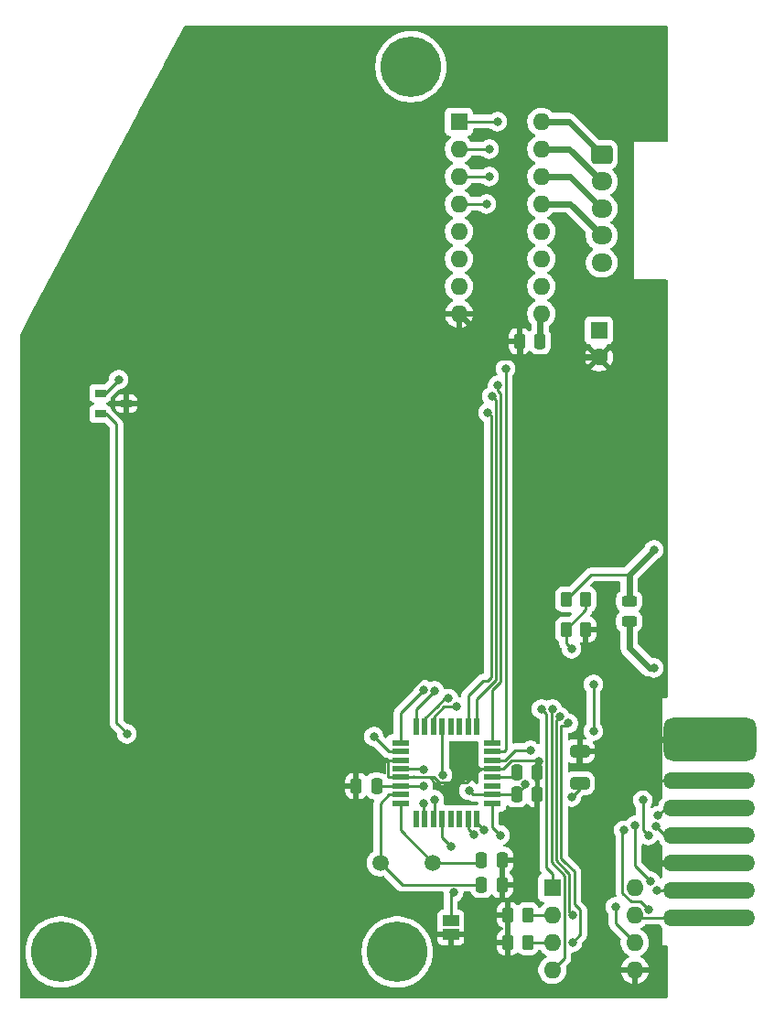
<source format=gbr>
%TF.GenerationSoftware,KiCad,Pcbnew,9.0.4-9.0.4-0~ubuntu22.04.1*%
%TF.CreationDate,2025-10-10T14:21:56+02:00*%
%TF.ProjectId,ModuleController,4d6f6475-6c65-4436-9f6e-74726f6c6c65,rev?*%
%TF.SameCoordinates,Original*%
%TF.FileFunction,Copper,L1,Top*%
%TF.FilePolarity,Positive*%
%FSLAX46Y46*%
G04 Gerber Fmt 4.6, Leading zero omitted, Abs format (unit mm)*
G04 Created by KiCad (PCBNEW 9.0.4-9.0.4-0~ubuntu22.04.1) date 2025-10-10 14:21:56*
%MOMM*%
%LPD*%
G01*
G04 APERTURE LIST*
G04 Aperture macros list*
%AMRoundRect*
0 Rectangle with rounded corners*
0 $1 Rounding radius*
0 $2 $3 $4 $5 $6 $7 $8 $9 X,Y pos of 4 corners*
0 Add a 4 corners polygon primitive as box body*
4,1,4,$2,$3,$4,$5,$6,$7,$8,$9,$2,$3,0*
0 Add four circle primitives for the rounded corners*
1,1,$1+$1,$2,$3*
1,1,$1+$1,$4,$5*
1,1,$1+$1,$6,$7*
1,1,$1+$1,$8,$9*
0 Add four rect primitives between the rounded corners*
20,1,$1+$1,$2,$3,$4,$5,0*
20,1,$1+$1,$4,$5,$6,$7,0*
20,1,$1+$1,$6,$7,$8,$9,0*
20,1,$1+$1,$8,$9,$2,$3,0*%
G04 Aperture macros list end*
%TA.AperFunction,SMDPad,CuDef*%
%ADD10RoundRect,0.250000X0.650000X-0.325000X0.650000X0.325000X-0.650000X0.325000X-0.650000X-0.325000X0*%
%TD*%
%TA.AperFunction,SMDPad,CuDef*%
%ADD11RoundRect,0.250000X0.250000X0.475000X-0.250000X0.475000X-0.250000X-0.475000X0.250000X-0.475000X0*%
%TD*%
%TA.AperFunction,SMDPad,CuDef*%
%ADD12RoundRect,0.250000X-0.262500X-0.450000X0.262500X-0.450000X0.262500X0.450000X-0.262500X0.450000X0*%
%TD*%
%TA.AperFunction,ComponentPad*%
%ADD13C,1.500000*%
%TD*%
%TA.AperFunction,ConnectorPad*%
%ADD14O,8.500000X1.524000*%
%TD*%
%TA.AperFunction,ConnectorPad*%
%ADD15RoundRect,0.900000X3.384000X-1.132000X3.384000X1.132000X-3.384000X1.132000X-3.384000X-1.132000X0*%
%TD*%
%TA.AperFunction,SMDPad,CuDef*%
%ADD16R,1.600000X0.550000*%
%TD*%
%TA.AperFunction,SMDPad,CuDef*%
%ADD17R,0.550000X1.600000*%
%TD*%
%TA.AperFunction,ComponentPad*%
%ADD18R,1.600000X1.600000*%
%TD*%
%TA.AperFunction,ComponentPad*%
%ADD19C,1.600000*%
%TD*%
%TA.AperFunction,SMDPad,CuDef*%
%ADD20RoundRect,0.250000X0.262500X0.450000X-0.262500X0.450000X-0.262500X-0.450000X0.262500X-0.450000X0*%
%TD*%
%TA.AperFunction,ComponentPad*%
%ADD21O,1.600000X1.600000*%
%TD*%
%TA.AperFunction,ComponentPad*%
%ADD22C,5.600000*%
%TD*%
%TA.AperFunction,SMDPad,CuDef*%
%ADD23RoundRect,0.250000X-0.250000X-0.475000X0.250000X-0.475000X0.250000X0.475000X-0.250000X0.475000X0*%
%TD*%
%TA.AperFunction,SMDPad,CuDef*%
%ADD24R,1.000000X0.700000*%
%TD*%
%TA.AperFunction,ComponentPad*%
%ADD25RoundRect,0.250000X-0.725000X0.600000X-0.725000X-0.600000X0.725000X-0.600000X0.725000X0.600000X0*%
%TD*%
%TA.AperFunction,ComponentPad*%
%ADD26O,1.950000X1.700000*%
%TD*%
%TA.AperFunction,SMDPad,CuDef*%
%ADD27RoundRect,0.243750X0.456250X-0.243750X0.456250X0.243750X-0.456250X0.243750X-0.456250X-0.243750X0*%
%TD*%
%TA.AperFunction,SMDPad,CuDef*%
%ADD28R,1.500000X1.000000*%
%TD*%
%TA.AperFunction,ViaPad*%
%ADD29C,0.800000*%
%TD*%
%TA.AperFunction,Conductor*%
%ADD30C,0.600000*%
%TD*%
%TA.AperFunction,Conductor*%
%ADD31C,0.250000*%
%TD*%
G04 APERTURE END LIST*
D10*
%TO.P,C2,1*%
%TO.N,+5V*%
X138176000Y-106934000D03*
%TO.P,C2,2*%
%TO.N,GND*%
X138176000Y-103984000D03*
%TD*%
D11*
%TO.P,C8,1*%
%TO.N,+12V*%
X134488000Y-66040000D03*
%TO.P,C8,2*%
%TO.N,GND*%
X132588000Y-66040000D03*
%TD*%
%TO.P,C3,1*%
%TO.N,GND*%
X130998000Y-116332000D03*
%TO.P,C3,2*%
%TO.N,Net-(U4-PB6{slash}XTAL1)*%
X129098000Y-116332000D03*
%TD*%
D12*
%TO.P,R2,1*%
%TO.N,+12V*%
X136906000Y-89916000D03*
%TO.P,R2,2*%
%TO.N,Net-(U4-ADC7)*%
X138731000Y-89916000D03*
%TD*%
D13*
%TO.P,Y1,1,1*%
%TO.N,Net-(U4-PB6{slash}XTAL1)*%
X119724000Y-114300000D03*
%TO.P,Y1,2,2*%
%TO.N,Net-(U4-PB7{slash}XTAL2)*%
X124604000Y-114300000D03*
%TD*%
D14*
%TO.P,J6,1,Pin_1*%
%TO.N,/BUS_HIGH*%
X150175000Y-119380000D03*
%TO.P,J6,2,Pin_2*%
%TO.N,/BUS_LOW*%
X150175000Y-116840000D03*
%TO.P,J6,3,Pin_3*%
%TO.N,GND*%
X150175000Y-114300000D03*
%TO.P,J6,4,Pin_4*%
%TO.N,/BUS_DETC_OUT*%
X150175000Y-111760000D03*
%TO.P,J6,5,Pin_5*%
%TO.N,/BUS_DETC_IN*%
X150175000Y-109220000D03*
%TO.P,J6,6,Pin_6*%
%TO.N,GND*%
X150175000Y-106680000D03*
D15*
%TO.P,J6,7,Pin_7*%
X150209000Y-102870000D03*
%TD*%
D16*
%TO.P,U4,1,PD3*%
%TO.N,/~{BUS_TXE}*%
X121588000Y-103186000D03*
%TO.P,U4,2,PD4*%
%TO.N,/GATE_HOME*%
X121588000Y-103986000D03*
%TO.P,U4,3,GND*%
%TO.N,GND*%
X121588000Y-104786000D03*
%TO.P,U4,4,VCC*%
%TO.N,+5V*%
X121588000Y-105586000D03*
%TO.P,U4,5,GND*%
%TO.N,GND*%
X121588000Y-106386000D03*
%TO.P,U4,6,VCC*%
%TO.N,+5V*%
X121588000Y-107186000D03*
%TO.P,U4,7,PB6/XTAL1*%
%TO.N,Net-(U4-PB6{slash}XTAL1)*%
X121588000Y-107986000D03*
%TO.P,U4,8,PB7/XTAL2*%
%TO.N,Net-(U4-PB7{slash}XTAL2)*%
X121588000Y-108786000D03*
D17*
%TO.P,U4,9,PD5*%
%TO.N,unconnected-(U4-PD5-Pad9)*%
X123038000Y-110236000D03*
%TO.P,U4,10,PD6*%
%TO.N,/BUS_DETC_OUT*%
X123838000Y-110236000D03*
%TO.P,U4,11,PD7*%
%TO.N,/BUS_DETC_IN*%
X124638000Y-110236000D03*
%TO.P,U4,12,PB0*%
%TO.N,Net-(JP1-A)*%
X125438000Y-110236000D03*
%TO.P,U4,13,PB1*%
%TO.N,unconnected-(U4-PB1-Pad13)*%
X126238000Y-110236000D03*
%TO.P,U4,14,PB2*%
%TO.N,unconnected-(U4-PB2-Pad14)*%
X127038000Y-110236000D03*
%TO.P,U4,15,PB3*%
%TO.N,/PRG_MOSI*%
X127838000Y-110236000D03*
%TO.P,U4,16,PB4*%
%TO.N,/PRG_MISO*%
X128638000Y-110236000D03*
D16*
%TO.P,U4,17,PB5*%
%TO.N,/PRG_SCK*%
X130088000Y-108786000D03*
%TO.P,U4,18,AVCC*%
%TO.N,+5V*%
X130088000Y-107986000D03*
%TO.P,U4,19,ADC6*%
%TO.N,unconnected-(U4-ADC6-Pad19)*%
X130088000Y-107186000D03*
%TO.P,U4,20,AREF*%
%TO.N,Net-(U4-AREF)*%
X130088000Y-106386000D03*
%TO.P,U4,21,AGND*%
%TO.N,GND*%
X130088000Y-105586000D03*
%TO.P,U4,22,ADC7*%
%TO.N,Net-(U4-ADC7)*%
X130088000Y-104786000D03*
%TO.P,U4,23,PC0*%
%TO.N,/MOT_A*%
X130088000Y-103986000D03*
%TO.P,U4,24,PC1*%
%TO.N,/MOT_B*%
X130088000Y-103186000D03*
D17*
%TO.P,U4,25,PC2*%
%TO.N,/MOT_C*%
X128638000Y-101736000D03*
%TO.P,U4,26,PC3*%
%TO.N,/MOT_D*%
X127838000Y-101736000D03*
%TO.P,U4,27,PC4*%
%TO.N,unconnected-(U4-PC4-Pad27)*%
X127038000Y-101736000D03*
%TO.P,U4,28,PC5*%
%TO.N,unconnected-(U4-PC5-Pad28)*%
X126238000Y-101736000D03*
%TO.P,U4,29,PC6/~{RESET}*%
%TO.N,/BUS_RESET*%
X125438000Y-101736000D03*
%TO.P,U4,30,PD0*%
%TO.N,/BUS_RX*%
X124638000Y-101736000D03*
%TO.P,U4,31,PD1*%
%TO.N,/BUS_TX*%
X123838000Y-101736000D03*
%TO.P,U4,32,PD2*%
%TO.N,/~{BUS_RXE}*%
X123038000Y-101736000D03*
%TD*%
D18*
%TO.P,C1,1*%
%TO.N,+12V*%
X139954000Y-65024000D03*
D19*
%TO.P,C1,2*%
%TO.N,GND*%
X139954000Y-67524000D03*
%TD*%
D20*
%TO.P,R1,1*%
%TO.N,/~{BUS_RXE}*%
X133350000Y-119126000D03*
%TO.P,R1,2*%
%TO.N,GND*%
X131525000Y-119126000D03*
%TD*%
D11*
%TO.P,C4,1*%
%TO.N,GND*%
X130998000Y-114046000D03*
%TO.P,C4,2*%
%TO.N,Net-(U4-PB7{slash}XTAL2)*%
X129098000Y-114046000D03*
%TD*%
D18*
%TO.P,U1,1,I1*%
%TO.N,/MOT_A*%
X127000000Y-45720000D03*
D21*
%TO.P,U1,2,I2*%
%TO.N,/MOT_B*%
X127000000Y-48260000D03*
%TO.P,U1,3,I3*%
%TO.N,/MOT_C*%
X127000000Y-50800000D03*
%TO.P,U1,4,I4*%
%TO.N,/MOT_D*%
X127000000Y-53340000D03*
%TO.P,U1,5,I5*%
%TO.N,unconnected-(U1-I5-Pad5)*%
X127000000Y-55880000D03*
%TO.P,U1,6,I6*%
%TO.N,unconnected-(U1-I6-Pad6)*%
X127000000Y-58420000D03*
%TO.P,U1,7,I7*%
%TO.N,unconnected-(U1-I7-Pad7)*%
X127000000Y-60960000D03*
%TO.P,U1,8,GND*%
%TO.N,GND*%
X127000000Y-63500000D03*
%TO.P,U1,9,COM*%
%TO.N,+12V*%
X134620000Y-63500000D03*
%TO.P,U1,10,O7*%
%TO.N,unconnected-(U1-O7-Pad10)*%
X134620000Y-60960000D03*
%TO.P,U1,11,O6*%
%TO.N,unconnected-(U1-O6-Pad11)*%
X134620000Y-58420000D03*
%TO.P,U1,12,O5*%
%TO.N,unconnected-(U1-O5-Pad12)*%
X134620000Y-55880000D03*
%TO.P,U1,13,O4*%
%TO.N,Net-(J1-Pin_4)*%
X134620000Y-53340000D03*
%TO.P,U1,14,O3*%
%TO.N,Net-(J1-Pin_3)*%
X134620000Y-50800000D03*
%TO.P,U1,15,O2*%
%TO.N,Net-(J1-Pin_2)*%
X134620000Y-48260000D03*
%TO.P,U1,16,O1*%
%TO.N,Net-(J1-Pin_1)*%
X134620000Y-45720000D03*
%TD*%
D20*
%TO.P,R4,1*%
%TO.N,/~{BUS_TXE}*%
X133350000Y-121666000D03*
%TO.P,R4,2*%
%TO.N,GND*%
X131525000Y-121666000D03*
%TD*%
D22*
%TO.P,H3,1*%
%TO.N,N/C*%
X122555000Y-40640000D03*
%TD*%
D23*
%TO.P,C6,1*%
%TO.N,GND*%
X117480000Y-107188000D03*
%TO.P,C6,2*%
%TO.N,+5V*%
X119380000Y-107188000D03*
%TD*%
D24*
%TO.P,U2,1,V_{CC}*%
%TO.N,+5V*%
X93800000Y-70860000D03*
%TO.P,U2,2,V_{OUT}*%
%TO.N,/GATE_HOME*%
X93800000Y-72760000D03*
%TO.P,U2,3,GND*%
%TO.N,GND*%
X96200000Y-71810000D03*
%TD*%
D22*
%TO.P,H1,1*%
%TO.N,N/C*%
X121285000Y-122555000D03*
%TD*%
D11*
%TO.P,C5,1*%
%TO.N,GND*%
X134234000Y-107950000D03*
%TO.P,C5,2*%
%TO.N,+5V*%
X132334000Y-107950000D03*
%TD*%
D18*
%TO.P,U3,1,R*%
%TO.N,/BUS_RX*%
X135646000Y-116596000D03*
D21*
%TO.P,U3,2,~{RE}*%
%TO.N,/~{BUS_RXE}*%
X135646000Y-119136000D03*
%TO.P,U3,3,DE*%
%TO.N,/~{BUS_TXE}*%
X135646000Y-121676000D03*
%TO.P,U3,4,D*%
%TO.N,/BUS_TX*%
X135646000Y-124216000D03*
%TO.P,U3,5,GND*%
%TO.N,GND*%
X143266000Y-124216000D03*
%TO.P,U3,6,A*%
%TO.N,/BUS_LOW*%
X143266000Y-121676000D03*
%TO.P,U3,7,B*%
%TO.N,/BUS_HIGH*%
X143266000Y-119136000D03*
%TO.P,U3,8,VCC*%
%TO.N,+5V*%
X143266000Y-116596000D03*
%TD*%
D11*
%TO.P,C7,1*%
%TO.N,GND*%
X134234000Y-105918000D03*
%TO.P,C7,2*%
%TO.N,Net-(U4-AREF)*%
X132334000Y-105918000D03*
%TD*%
D25*
%TO.P,J1,1,Pin_1*%
%TO.N,Net-(J1-Pin_1)*%
X140208000Y-48768000D03*
D26*
%TO.P,J1,2,Pin_2*%
%TO.N,Net-(J1-Pin_2)*%
X140208000Y-51268000D03*
%TO.P,J1,3,Pin_3*%
%TO.N,Net-(J1-Pin_3)*%
X140208000Y-53768000D03*
%TO.P,J1,4,Pin_4*%
%TO.N,Net-(J1-Pin_4)*%
X140208000Y-56268000D03*
%TO.P,J1,5,Pin_5*%
%TO.N,+12V*%
X140208000Y-58768000D03*
%TD*%
D12*
%TO.P,R3,1*%
%TO.N,Net-(U4-ADC7)*%
X136906000Y-92710000D03*
%TO.P,R3,2*%
%TO.N,GND*%
X138731000Y-92710000D03*
%TD*%
D27*
%TO.P,F1,1*%
%TO.N,Net-(J6-Pin_15)*%
X142748000Y-91955000D03*
%TO.P,F1,2*%
%TO.N,+12V*%
X142748000Y-90080000D03*
%TD*%
D22*
%TO.P,H2,1*%
%TO.N,N/C*%
X90170000Y-122555000D03*
%TD*%
D28*
%TO.P,JP1,1,A*%
%TO.N,Net-(JP1-A)*%
X126238000Y-119634000D03*
%TO.P,JP1,2,B*%
%TO.N,GND*%
X126238000Y-120934000D03*
%TD*%
D29*
%TO.N,+12V*%
X145034000Y-85344000D03*
%TO.N,GND*%
X134366000Y-104902000D03*
X144526000Y-114046000D03*
X127254000Y-96520000D03*
X133096000Y-96520000D03*
X140970000Y-106680000D03*
X144018000Y-106680000D03*
X137922000Y-105410000D03*
X140716000Y-114046000D03*
%TO.N,+5V*%
X144018000Y-108495500D03*
X123698000Y-107188000D03*
X127922596Y-107594598D03*
X137414000Y-108204000D03*
X144526000Y-111760000D03*
X95504000Y-69596000D03*
X133159089Y-107025008D03*
X123698000Y-105661500D03*
%TO.N,/BUS_LOW*%
X141478000Y-118364000D03*
X145288000Y-116840000D03*
%TO.N,/BUS_RESET*%
X125476000Y-106172000D03*
%TO.N,/BUS_DETC_IN*%
X124714000Y-108458000D03*
X145442487Y-109944500D03*
%TO.N,/BUS_DETC_OUT*%
X123765788Y-108774070D03*
X145252861Y-110925850D03*
%TO.N,/GATE_HOME*%
X96266000Y-102362000D03*
X119126000Y-102616000D03*
%TO.N,/MOT_A*%
X131318000Y-68580000D03*
X130556000Y-45720000D03*
%TO.N,/MOT_B*%
X129794000Y-48260000D03*
X130593000Y-70104000D03*
%TO.N,/MOT_C*%
X130044461Y-71123058D03*
X129794000Y-50800000D03*
%TO.N,/MOT_D*%
X129540000Y-53340000D03*
X129693000Y-72644000D03*
%TO.N,/BUS_RX*%
X126746000Y-99822000D03*
X134620000Y-100076000D03*
%TO.N,/BUS_TX*%
X135632051Y-100063452D03*
X126039245Y-99097500D03*
%TO.N,/PRG_MOSI*%
X142240000Y-111294500D03*
X144560387Y-118603863D03*
X128393193Y-111701335D03*
%TO.N,/PRG_MISO*%
X129286000Y-111252000D03*
X143293500Y-110844500D03*
X144733576Y-116008364D03*
%TO.N,/PRG_SCK*%
X130810000Y-111744500D03*
%TO.N,Net-(JP1-A)*%
X126492000Y-117057000D03*
X126238000Y-112776000D03*
%TO.N,Net-(J6-Pin_15)*%
X145034000Y-96266000D03*
%TO.N,Net-(U4-ADC7)*%
X139446000Y-102108000D03*
X139446000Y-97790000D03*
X133604000Y-103886000D03*
X137414000Y-94488000D03*
%TO.N,/~{BUS_RXE}*%
X124714000Y-98372500D03*
X137496000Y-119126000D03*
X136333246Y-100776426D03*
%TO.N,/~{BUS_TXE}*%
X123718743Y-98275195D03*
X137128274Y-101383000D03*
X137496000Y-121666000D03*
%TD*%
D30*
%TO.N,+12V*%
X142748000Y-87630000D02*
X142748000Y-90080000D01*
D31*
X136906000Y-89916000D02*
X139192000Y-87630000D01*
D30*
X145034000Y-85344000D02*
X142748000Y-87630000D01*
X140208000Y-64770000D02*
X139954000Y-65024000D01*
D31*
X139192000Y-87630000D02*
X142748000Y-87630000D01*
D30*
X134488000Y-66040000D02*
X134488000Y-63632000D01*
X134488000Y-63632000D02*
X134620000Y-63500000D01*
D31*
%TO.N,GND*%
X121402695Y-99314000D02*
X118364000Y-99314000D01*
X140970000Y-106680000D02*
X140462000Y-106680000D01*
X140462000Y-106680000D02*
X139192000Y-105410000D01*
D30*
X150175000Y-114300000D02*
X144780000Y-114300000D01*
D31*
X127254000Y-96520000D02*
X124196695Y-96520000D01*
X134332000Y-104868000D02*
X134366000Y-104902000D01*
X130088000Y-105586000D02*
X131120900Y-105586000D01*
X124196695Y-96520000D02*
X121402695Y-99314000D01*
X125175695Y-106897000D02*
X127727000Y-106897000D01*
X139192000Y-105410000D02*
X137922000Y-105410000D01*
X134366000Y-104902000D02*
X134366000Y-105786000D01*
X144780000Y-106680000D02*
X144018000Y-106680000D01*
X131120900Y-105586000D02*
X131838900Y-104868000D01*
D30*
X132588000Y-66040000D02*
X132588000Y-67524000D01*
X150209000Y-102870000D02*
X145542000Y-102870000D01*
D31*
X120463000Y-104902000D02*
X120463000Y-106311000D01*
X137922000Y-105410000D02*
X137922000Y-104238000D01*
D30*
X144780000Y-114300000D02*
X144526000Y-114046000D01*
D31*
X120463000Y-104861000D02*
X120463000Y-104902000D01*
D30*
X144526000Y-98338000D02*
X142748000Y-96560000D01*
D31*
X129038000Y-105586000D02*
X130088000Y-105586000D01*
X137922000Y-104238000D02*
X138176000Y-103984000D01*
X121588000Y-106386000D02*
X124664695Y-106386000D01*
X134366000Y-105786000D02*
X134234000Y-105918000D01*
D30*
X131024000Y-67524000D02*
X127000000Y-63500000D01*
X132588000Y-67524000D02*
X131024000Y-67524000D01*
X145542000Y-102870000D02*
X144526000Y-101854000D01*
D31*
X150175000Y-106680000D02*
X144780000Y-106680000D01*
D30*
X144526000Y-101854000D02*
X144526000Y-98338000D01*
D31*
X127727000Y-106897000D02*
X129038000Y-105586000D01*
X142748000Y-96560000D02*
X133136000Y-96560000D01*
X117348000Y-100330000D02*
X117348000Y-103886000D01*
X117348000Y-103886000D02*
X118364000Y-104902000D01*
X118364000Y-99314000D02*
X117348000Y-100330000D01*
X131838900Y-104868000D02*
X134332000Y-104868000D01*
X134234000Y-107950000D02*
X134234000Y-105918000D01*
D30*
X139954000Y-67524000D02*
X132588000Y-67524000D01*
D31*
X118364000Y-104902000D02*
X120463000Y-104902000D01*
X133136000Y-96560000D02*
X133096000Y-96520000D01*
X124664695Y-106386000D02*
X125175695Y-106897000D01*
X120538000Y-104786000D02*
X120463000Y-104861000D01*
X120538000Y-106386000D02*
X121588000Y-106386000D01*
X120463000Y-106311000D02*
X120538000Y-106386000D01*
X121588000Y-104786000D02*
X120538000Y-104786000D01*
%TO.N,+5V*%
X128313998Y-107986000D02*
X130088000Y-107986000D01*
X138647000Y-107405000D02*
X138176000Y-106934000D01*
X144018000Y-111252000D02*
X144526000Y-111760000D01*
X123698000Y-107188000D02*
X121590000Y-107188000D01*
X138176000Y-106934000D02*
X138176000Y-107442000D01*
X133159089Y-107025008D02*
X133159089Y-107124911D01*
X138176000Y-107442000D02*
X137414000Y-108204000D01*
X144018000Y-108495500D02*
X144018000Y-111252000D01*
X121588000Y-107186000D02*
X119382000Y-107186000D01*
X130088000Y-107986000D02*
X132486000Y-107986000D01*
X127922596Y-107594598D02*
X128313998Y-107986000D01*
X94240000Y-70860000D02*
X95504000Y-69596000D01*
X121588000Y-105586000D02*
X123622500Y-105586000D01*
X123622500Y-105586000D02*
X123698000Y-105661500D01*
X121590000Y-107188000D02*
X121588000Y-107186000D01*
X93800000Y-70860000D02*
X94240000Y-70860000D01*
X119382000Y-107186000D02*
X119380000Y-107188000D01*
X133159089Y-107124911D02*
X132334000Y-107950000D01*
D30*
%TO.N,Net-(J1-Pin_2)*%
X137200000Y-48260000D02*
X140208000Y-51268000D01*
X134620000Y-48260000D02*
X137200000Y-48260000D01*
%TO.N,Net-(J1-Pin_3)*%
X137240000Y-50800000D02*
X140208000Y-53768000D01*
X134620000Y-50800000D02*
X137240000Y-50800000D01*
%TO.N,Net-(J1-Pin_4)*%
X134620000Y-53340000D02*
X137280000Y-53340000D01*
X137280000Y-53340000D02*
X140208000Y-56268000D01*
D31*
%TO.N,/BUS_HIGH*%
X143510000Y-119380000D02*
X143266000Y-119136000D01*
X150175000Y-119380000D02*
X143510000Y-119380000D01*
%TO.N,/BUS_LOW*%
X150175000Y-116840000D02*
X145288000Y-116840000D01*
X141478000Y-119888000D02*
X143266000Y-121676000D01*
X141478000Y-118364000D02*
X141478000Y-119888000D01*
%TO.N,/BUS_RESET*%
X125476000Y-106172000D02*
X125438000Y-106134000D01*
X125438000Y-106134000D02*
X125438000Y-101736000D01*
%TO.N,/BUS_DETC_IN*%
X150175000Y-109220000D02*
X146166987Y-109220000D01*
X146166987Y-109220000D02*
X145442487Y-109944500D01*
X124714000Y-110160000D02*
X124638000Y-110236000D01*
X124714000Y-108458000D02*
X124714000Y-110160000D01*
%TO.N,/BUS_DETC_OUT*%
X146087011Y-111760000D02*
X145252861Y-110925850D01*
X123765788Y-108774070D02*
X123765788Y-110163788D01*
X123765788Y-110163788D02*
X123838000Y-110236000D01*
X150175000Y-111760000D02*
X146087011Y-111760000D01*
%TO.N,/GATE_HOME*%
X96266000Y-102362000D02*
X96266000Y-102312000D01*
X121588000Y-103986000D02*
X120496000Y-103986000D01*
X95300000Y-74168000D02*
X95300000Y-98806000D01*
X93800000Y-72760000D02*
X94350000Y-72760000D01*
X94350000Y-72760000D02*
X95300000Y-73710000D01*
X96266000Y-102312000D02*
X95300000Y-101346000D01*
X95300000Y-98806000D02*
X95300000Y-101346000D01*
X95300000Y-73710000D02*
X95300000Y-74168000D01*
X120496000Y-103986000D02*
X119126000Y-102616000D01*
%TO.N,/MOT_A*%
X130088000Y-103986000D02*
X131138000Y-103986000D01*
X130556000Y-45720000D02*
X127000000Y-45720000D01*
X131318000Y-103806000D02*
X131318000Y-74676000D01*
X131138000Y-103986000D02*
X131318000Y-103806000D01*
X131318000Y-74676000D02*
X131318000Y-68580000D01*
%TO.N,/MOT_B*%
X130088000Y-98316000D02*
X130868000Y-97536000D01*
X129794000Y-48260000D02*
X127000000Y-48260000D01*
X130868000Y-70924000D02*
X130810000Y-70866000D01*
X130810000Y-70866000D02*
X130593000Y-70649000D01*
X130593000Y-70649000D02*
X130593000Y-70104000D01*
X130868000Y-79248000D02*
X130868000Y-70924000D01*
X130868000Y-97536000D02*
X130868000Y-79248000D01*
X130088000Y-103186000D02*
X130088000Y-98316000D01*
%TO.N,/MOT_C*%
X130418000Y-97349604D02*
X130418000Y-79756000D01*
X130418000Y-71496597D02*
X130044461Y-71123058D01*
X128638000Y-99129604D02*
X130418000Y-97349604D01*
X129794000Y-50800000D02*
X127000000Y-50800000D01*
X130418000Y-79756000D02*
X130418000Y-72136000D01*
X130418000Y-72136000D02*
X130418000Y-71496597D01*
X128638000Y-101736000D02*
X128638000Y-99129604D01*
%TO.N,/MOT_D*%
X129540000Y-53340000D02*
X127000000Y-53340000D01*
X127838000Y-98811248D02*
X127929624Y-98719624D01*
X129968000Y-97163208D02*
X129694604Y-97436604D01*
X129968000Y-72919000D02*
X129693000Y-72644000D01*
X129212645Y-97436604D02*
X127929624Y-98719624D01*
X129694604Y-97436604D02*
X129212645Y-97436604D01*
X129968000Y-80334396D02*
X129968000Y-72919000D01*
X129968000Y-80334396D02*
X129968000Y-97163208D01*
X127838000Y-101736000D02*
X127838000Y-98811248D01*
%TO.N,/BUS_RX*%
X124638000Y-100811000D02*
X125627000Y-99822000D01*
X135091000Y-114761000D02*
X135646000Y-115316000D01*
X124638000Y-101736000D02*
X124638000Y-100811000D01*
X134620000Y-100076000D02*
X135091000Y-100547000D01*
X135091000Y-100547000D02*
X135091000Y-114761000D01*
X135646000Y-115316000D02*
X135646000Y-116596000D01*
X125627000Y-99822000D02*
X126746000Y-99822000D01*
%TO.N,/BUS_TX*%
X123838000Y-101736000D02*
X123838000Y-100974604D01*
X136771000Y-123091000D02*
X135646000Y-124216000D01*
X124979302Y-99833302D02*
X125715104Y-99097500D01*
X135541000Y-100154503D02*
X135541000Y-114253000D01*
X123838000Y-100974604D02*
X124979302Y-99833302D01*
X135541000Y-114253000D02*
X136771000Y-115483000D01*
X136771000Y-115483000D02*
X136771000Y-123091000D01*
X135632051Y-100063452D02*
X135541000Y-100154503D01*
X125715104Y-99097500D02*
X126039245Y-99097500D01*
%TO.N,/PRG_MOSI*%
X142935009Y-117856000D02*
X143812524Y-117856000D01*
X142141000Y-111393500D02*
X142141000Y-117061991D01*
X143812524Y-117856000D02*
X144560387Y-118603863D01*
X142141000Y-117061991D02*
X142935009Y-117856000D01*
X127838000Y-111146142D02*
X128393193Y-111701335D01*
X127838000Y-110236000D02*
X127838000Y-111146142D01*
X142240000Y-111294500D02*
X142141000Y-111393500D01*
%TO.N,/PRG_MISO*%
X143293500Y-110844500D02*
X143293500Y-114568288D01*
X128638000Y-110236000D02*
X128638000Y-110604000D01*
X143293500Y-114568288D02*
X144733576Y-116008364D01*
X128638000Y-110604000D02*
X129286000Y-111252000D01*
%TO.N,/PRG_SCK*%
X130088000Y-111022500D02*
X130088000Y-108786000D01*
X130810000Y-111744500D02*
X130088000Y-111022500D01*
%TO.N,Net-(U4-PB6{slash}XTAL1)*%
X121756000Y-116332000D02*
X119724000Y-114300000D01*
X121588000Y-107986000D02*
X120538000Y-107986000D01*
X119724000Y-108800000D02*
X119724000Y-114300000D01*
X120538000Y-107986000D02*
X119724000Y-108800000D01*
X129098000Y-116332000D02*
X121756000Y-116332000D01*
%TO.N,Net-(U4-PB7{slash}XTAL2)*%
X128844000Y-114300000D02*
X124604000Y-114300000D01*
X121588000Y-108786000D02*
X121588000Y-111284000D01*
X129098000Y-114046000D02*
X128844000Y-114300000D01*
X121588000Y-111284000D02*
X124604000Y-114300000D01*
%TO.N,Net-(JP1-A)*%
X125438000Y-111976000D02*
X126238000Y-112776000D01*
X126492000Y-117057000D02*
X126238000Y-117311000D01*
X125438000Y-110236000D02*
X125438000Y-111976000D01*
X126238000Y-117311000D02*
X126238000Y-119634000D01*
D30*
%TO.N,Net-(J6-Pin_15)*%
X144609000Y-96266000D02*
X142748000Y-94405000D01*
X142748000Y-94405000D02*
X142748000Y-91955000D01*
X145034000Y-96266000D02*
X144609000Y-96266000D01*
D31*
%TO.N,Net-(U4-ADC7)*%
X136906000Y-92710000D02*
X136906000Y-93980000D01*
X139446000Y-102108000D02*
X139446000Y-97790000D01*
X131284504Y-104786000D02*
X132184504Y-103886000D01*
X132184504Y-103886000D02*
X133604000Y-103886000D01*
X138731000Y-89916000D02*
X138731000Y-90885000D01*
X136906000Y-93980000D02*
X137414000Y-94488000D01*
X130088000Y-104786000D02*
X131284504Y-104786000D01*
X138731000Y-90885000D02*
X136906000Y-92710000D01*
%TO.N,Net-(U4-AREF)*%
X131866000Y-106386000D02*
X130088000Y-106386000D01*
X132334000Y-105918000D02*
X131866000Y-106386000D01*
D30*
%TO.N,Net-(J1-Pin_1)*%
X137160000Y-45720000D02*
X140208000Y-48768000D01*
X134620000Y-45720000D02*
X137160000Y-45720000D01*
D31*
%TO.N,/~{BUS_RXE}*%
X137221000Y-115296604D02*
X136957396Y-115033000D01*
X137221000Y-118851000D02*
X137221000Y-115296604D01*
X124714000Y-98372500D02*
X123038000Y-100048500D01*
X136957396Y-115033000D02*
X135991000Y-114066604D01*
X123038000Y-100048500D02*
X123038000Y-101736000D01*
X135991000Y-101346000D02*
X135991000Y-101118672D01*
X133350000Y-119126000D02*
X135636000Y-119126000D01*
X135636000Y-119126000D02*
X135646000Y-119136000D01*
X135991000Y-111252000D02*
X135991000Y-101346000D01*
X135991000Y-101118672D02*
X136333246Y-100776426D01*
X135991000Y-114066604D02*
X135991000Y-111252000D01*
X137496000Y-119126000D02*
X137221000Y-118851000D01*
%TO.N,/~{BUS_TXE}*%
X137671000Y-115110208D02*
X136756396Y-114195604D01*
X137496000Y-121666000D02*
X138221000Y-120941000D01*
X133350000Y-121666000D02*
X135636000Y-121666000D01*
X138221000Y-120941000D02*
X138221000Y-118660000D01*
X136441000Y-105156000D02*
X136441000Y-101600000D01*
X136441000Y-101600000D02*
X136911274Y-101600000D01*
X138221000Y-118660000D02*
X137671000Y-118110000D01*
X123718743Y-98275195D02*
X121588000Y-100405938D01*
X137671000Y-118110000D02*
X137671000Y-115570000D01*
X135636000Y-121666000D02*
X135646000Y-121676000D01*
X136756396Y-114195604D02*
X136441000Y-113880208D01*
X121588000Y-100405938D02*
X121588000Y-103186000D01*
X137671000Y-115570000D02*
X137671000Y-115110208D01*
X136911274Y-101600000D02*
X137128274Y-101383000D01*
X136441000Y-113880208D02*
X136441000Y-105156000D01*
%TD*%
%TA.AperFunction,Conductor*%
%TO.N,GND*%
G36*
X126655514Y-103030089D02*
G01*
X126655517Y-103030091D01*
X126715127Y-103036500D01*
X127360872Y-103036499D01*
X127420483Y-103030091D01*
X127420486Y-103030089D01*
X127424744Y-103029632D01*
X127451254Y-103029632D01*
X127455514Y-103030089D01*
X127455517Y-103030091D01*
X127515127Y-103036500D01*
X128160872Y-103036499D01*
X128220483Y-103030091D01*
X128220486Y-103030089D01*
X128224744Y-103029632D01*
X128251254Y-103029632D01*
X128255514Y-103030089D01*
X128255517Y-103030091D01*
X128315127Y-103036500D01*
X128663500Y-103036499D01*
X128730539Y-103056183D01*
X128776294Y-103108987D01*
X128787500Y-103160499D01*
X128787500Y-103508869D01*
X128787501Y-103508879D01*
X128794367Y-103572751D01*
X128794367Y-103599257D01*
X128793909Y-103603516D01*
X128793909Y-103603517D01*
X128787500Y-103663127D01*
X128787500Y-103663129D01*
X128787500Y-103663133D01*
X128787500Y-104308870D01*
X128787501Y-104308879D01*
X128794367Y-104372751D01*
X128794367Y-104399257D01*
X128793909Y-104403516D01*
X128793909Y-104403517D01*
X128787500Y-104463127D01*
X128787500Y-104463132D01*
X128787500Y-104463133D01*
X128787500Y-105108870D01*
X128787501Y-105108876D01*
X128794619Y-105175092D01*
X128794619Y-105201599D01*
X128788000Y-105263169D01*
X128788000Y-105336000D01*
X128806591Y-105336000D01*
X128873630Y-105355685D01*
X128889334Y-105367644D01*
X128898488Y-105375845D01*
X128930454Y-105418546D01*
X129025907Y-105490002D01*
X129029972Y-105493644D01*
X129045615Y-105518895D01*
X129063411Y-105542668D01*
X129063811Y-105548267D01*
X129066768Y-105553040D01*
X129066276Y-105582732D01*
X129068395Y-105612359D01*
X129065703Y-105617287D01*
X129065611Y-105622900D01*
X129049143Y-105647614D01*
X129034909Y-105673682D01*
X129027492Y-105680108D01*
X129026869Y-105681044D01*
X129025948Y-105681446D01*
X129021540Y-105685266D01*
X128930456Y-105753451D01*
X128930454Y-105753454D01*
X128905856Y-105786312D01*
X128849924Y-105828182D01*
X128806591Y-105836000D01*
X128788000Y-105836000D01*
X128788000Y-105908844D01*
X128794619Y-105970398D01*
X128794620Y-105996909D01*
X128793909Y-106003514D01*
X128793909Y-106003517D01*
X128787500Y-106063127D01*
X128787500Y-106063134D01*
X128787500Y-106063135D01*
X128787500Y-106708870D01*
X128787501Y-106708879D01*
X128794367Y-106772751D01*
X128794727Y-106795313D01*
X128794159Y-106802844D01*
X128793909Y-106803517D01*
X128787500Y-106863127D01*
X128787500Y-106891301D01*
X128787150Y-106895950D01*
X128776395Y-106924456D01*
X128767815Y-106953679D01*
X128764184Y-106956824D01*
X128762488Y-106961322D01*
X128738027Y-106979490D01*
X128715011Y-106999434D01*
X128710255Y-107000117D01*
X128706398Y-107002983D01*
X128676003Y-107005042D01*
X128645853Y-107009378D01*
X128641482Y-107007382D01*
X128636688Y-107007707D01*
X128610006Y-106993007D01*
X128582297Y-106980353D01*
X128575819Y-106974321D01*
X128496634Y-106895136D01*
X128496630Y-106895133D01*
X128349149Y-106796588D01*
X128349136Y-106796581D01*
X128185263Y-106728704D01*
X128185254Y-106728701D01*
X128011290Y-106694098D01*
X128011287Y-106694098D01*
X127833905Y-106694098D01*
X127833902Y-106694098D01*
X127659937Y-106728701D01*
X127659928Y-106728704D01*
X127496055Y-106796581D01*
X127496042Y-106796588D01*
X127348561Y-106895133D01*
X127348557Y-106895136D01*
X127223134Y-107020559D01*
X127223131Y-107020563D01*
X127124586Y-107168044D01*
X127124579Y-107168057D01*
X127056702Y-107331930D01*
X127056699Y-107331939D01*
X127022096Y-107505902D01*
X127022096Y-107683293D01*
X127056699Y-107857256D01*
X127056702Y-107857265D01*
X127124579Y-108021138D01*
X127124586Y-108021151D01*
X127223131Y-108168632D01*
X127223134Y-108168636D01*
X127348557Y-108294059D01*
X127348561Y-108294062D01*
X127496042Y-108392607D01*
X127496055Y-108392614D01*
X127591443Y-108432124D01*
X127659930Y-108460492D01*
X127659932Y-108460492D01*
X127659937Y-108460494D01*
X127833900Y-108495097D01*
X127833903Y-108495098D01*
X127833905Y-108495098D01*
X127912431Y-108495098D01*
X127925281Y-108498163D01*
X127934970Y-108497164D01*
X127954712Y-108505185D01*
X127968410Y-108508453D01*
X127975094Y-108511834D01*
X128017712Y-108540312D01*
X128088764Y-108569742D01*
X128131546Y-108587463D01*
X128166925Y-108594500D01*
X128252389Y-108611499D01*
X128252390Y-108611500D01*
X128252391Y-108611500D01*
X128252392Y-108611500D01*
X128663500Y-108611500D01*
X128672185Y-108614050D01*
X128681147Y-108612762D01*
X128705187Y-108623740D01*
X128730539Y-108631185D01*
X128736466Y-108638025D01*
X128744703Y-108641787D01*
X128758992Y-108664021D01*
X128776294Y-108683989D01*
X128778581Y-108694503D01*
X128782477Y-108700565D01*
X128787500Y-108735500D01*
X128787500Y-108811500D01*
X128767815Y-108878539D01*
X128715011Y-108924294D01*
X128663500Y-108935500D01*
X128315130Y-108935500D01*
X128315120Y-108935501D01*
X128251248Y-108942367D01*
X128224742Y-108942367D01*
X128220483Y-108941909D01*
X128160873Y-108935500D01*
X128160864Y-108935500D01*
X127515129Y-108935500D01*
X127515120Y-108935501D01*
X127451248Y-108942367D01*
X127424742Y-108942367D01*
X127420483Y-108941909D01*
X127360873Y-108935500D01*
X127360864Y-108935500D01*
X126715129Y-108935500D01*
X126715120Y-108935501D01*
X126651248Y-108942367D01*
X126624742Y-108942367D01*
X126620483Y-108941909D01*
X126560873Y-108935500D01*
X126560864Y-108935500D01*
X125915129Y-108935500D01*
X125915120Y-108935501D01*
X125851248Y-108942367D01*
X125832185Y-108942941D01*
X125821964Y-108942461D01*
X125820483Y-108941909D01*
X125760873Y-108935500D01*
X125673574Y-108935500D01*
X125670675Y-108935364D01*
X125640283Y-108924869D01*
X125609447Y-108915815D01*
X125607476Y-108913541D01*
X125604632Y-108912559D01*
X125584739Y-108887300D01*
X125563692Y-108863011D01*
X125563263Y-108860032D01*
X125561402Y-108857669D01*
X125558323Y-108825673D01*
X125553748Y-108793853D01*
X125554868Y-108789768D01*
X125554710Y-108788121D01*
X125556017Y-108785580D01*
X125561922Y-108764053D01*
X125579894Y-108720666D01*
X125581602Y-108712083D01*
X125604990Y-108594500D01*
X125614500Y-108546691D01*
X125614500Y-108369309D01*
X125614500Y-108369306D01*
X125614499Y-108369304D01*
X125579896Y-108195341D01*
X125579893Y-108195332D01*
X125512016Y-108031459D01*
X125512009Y-108031446D01*
X125413464Y-107883965D01*
X125413461Y-107883961D01*
X125288038Y-107758538D01*
X125288034Y-107758535D01*
X125140553Y-107659990D01*
X125140540Y-107659983D01*
X124976667Y-107592106D01*
X124976658Y-107592103D01*
X124802694Y-107557500D01*
X124802691Y-107557500D01*
X124693738Y-107557500D01*
X124626699Y-107537815D01*
X124580944Y-107485011D01*
X124571000Y-107415853D01*
X124572121Y-107409309D01*
X124592070Y-107309016D01*
X124598500Y-107276691D01*
X124598500Y-107099309D01*
X124598500Y-107099306D01*
X124598499Y-107099304D01*
X124563896Y-106925341D01*
X124563893Y-106925332D01*
X124551723Y-106895950D01*
X124496013Y-106761453D01*
X124397464Y-106613965D01*
X124397463Y-106613964D01*
X124397461Y-106613961D01*
X124295931Y-106512431D01*
X124291593Y-106504486D01*
X124284345Y-106499061D01*
X124275108Y-106474298D01*
X124262446Y-106451108D01*
X124263091Y-106442079D01*
X124259928Y-106433597D01*
X124265544Y-106407774D01*
X124267430Y-106381416D01*
X124273247Y-106372363D01*
X124274779Y-106365324D01*
X124295930Y-106337069D01*
X124334681Y-106298318D01*
X124377749Y-106255249D01*
X124439070Y-106221766D01*
X124508762Y-106226750D01*
X124564696Y-106268621D01*
X124587046Y-106318740D01*
X124610104Y-106434659D01*
X124610106Y-106434667D01*
X124667067Y-106572185D01*
X124667069Y-106572188D01*
X124677987Y-106598547D01*
X124722890Y-106665748D01*
X124722898Y-106665762D01*
X124776538Y-106746038D01*
X124901961Y-106871461D01*
X124901965Y-106871464D01*
X125049446Y-106970009D01*
X125049459Y-106970016D01*
X125171483Y-107020559D01*
X125213334Y-107037894D01*
X125213336Y-107037894D01*
X125213341Y-107037896D01*
X125387304Y-107072499D01*
X125387307Y-107072500D01*
X125387309Y-107072500D01*
X125564693Y-107072500D01*
X125564694Y-107072499D01*
X125622682Y-107060964D01*
X125738658Y-107037896D01*
X125738661Y-107037894D01*
X125738666Y-107037894D01*
X125879667Y-106979490D01*
X125902540Y-106970016D01*
X125902540Y-106970015D01*
X125902547Y-106970013D01*
X126050035Y-106871464D01*
X126175464Y-106746035D01*
X126274013Y-106598547D01*
X126341894Y-106434666D01*
X126341894Y-106434661D01*
X126341896Y-106434658D01*
X126373106Y-106277755D01*
X126376500Y-106260691D01*
X126376500Y-106083309D01*
X126376500Y-106083306D01*
X126376499Y-106083304D01*
X126341896Y-105909341D01*
X126341893Y-105909332D01*
X126341702Y-105908872D01*
X126320838Y-105858500D01*
X126274016Y-105745459D01*
X126274009Y-105745446D01*
X126175464Y-105597965D01*
X126175461Y-105597961D01*
X126099819Y-105522319D01*
X126066334Y-105460996D01*
X126063500Y-105434638D01*
X126063500Y-103160499D01*
X126083185Y-103093460D01*
X126135989Y-103047705D01*
X126187500Y-103036499D01*
X126560871Y-103036499D01*
X126560872Y-103036499D01*
X126620483Y-103030091D01*
X126620486Y-103030089D01*
X126624744Y-103029632D01*
X126651254Y-103029632D01*
X126655514Y-103030089D01*
G37*
%TD.AperFunction*%
%TA.AperFunction,Conductor*%
G36*
X122990177Y-106231185D02*
G01*
X123010819Y-106247819D01*
X123100069Y-106337069D01*
X123133554Y-106398392D01*
X123128570Y-106468084D01*
X123100072Y-106512428D01*
X123086323Y-106526178D01*
X123025002Y-106559665D01*
X122998639Y-106562500D01*
X122798901Y-106562500D01*
X122777655Y-106556261D01*
X122755567Y-106554682D01*
X122736129Y-106544068D01*
X122731862Y-106542815D01*
X122724602Y-106537775D01*
X122654457Y-106485265D01*
X122612588Y-106429333D01*
X122607604Y-106359641D01*
X122641089Y-106298318D01*
X122654451Y-106286739D01*
X122721921Y-106236232D01*
X122787386Y-106211816D01*
X122796231Y-106211500D01*
X122923138Y-106211500D01*
X122990177Y-106231185D01*
G37*
%TD.AperFunction*%
%TA.AperFunction,Conductor*%
G36*
X146247039Y-36850185D02*
G01*
X146292794Y-36902989D01*
X146304000Y-36954500D01*
X146304000Y-47500500D01*
X146284315Y-47567539D01*
X146231511Y-47613294D01*
X146180000Y-47624500D01*
X143189792Y-47624500D01*
X143189500Y-47624792D01*
X143189500Y-47624793D01*
X143189500Y-60324793D01*
X143189500Y-60325207D01*
X143189793Y-60325500D01*
X146180000Y-60325500D01*
X146247039Y-60345185D01*
X146292794Y-60397989D01*
X146304000Y-60449500D01*
X146304000Y-98936000D01*
X146284315Y-99003039D01*
X146231511Y-99048794D01*
X146180000Y-99060000D01*
X145796000Y-99060000D01*
X145796000Y-108274193D01*
X145776315Y-108341232D01*
X145759681Y-108361874D01*
X145724021Y-108397533D01*
X145607213Y-108558305D01*
X145516994Y-108735367D01*
X145516993Y-108735370D01*
X145455587Y-108924360D01*
X145452852Y-108941630D01*
X145422920Y-109004764D01*
X145363607Y-109041693D01*
X145354571Y-109043845D01*
X145179827Y-109078604D01*
X145179819Y-109078606D01*
X145015946Y-109146483D01*
X145015928Y-109146493D01*
X144902164Y-109222508D01*
X144835487Y-109243386D01*
X144768107Y-109224901D01*
X144721417Y-109172922D01*
X144710241Y-109103952D01*
X144730172Y-109050515D01*
X144802928Y-108941630D01*
X144816008Y-108922055D01*
X144816009Y-108922052D01*
X144816013Y-108922047D01*
X144823712Y-108903461D01*
X144830120Y-108887989D01*
X144883894Y-108758166D01*
X144886646Y-108744334D01*
X144917849Y-108587463D01*
X144918500Y-108584191D01*
X144918500Y-108406809D01*
X144918500Y-108406806D01*
X144918499Y-108406804D01*
X144883896Y-108232841D01*
X144883893Y-108232832D01*
X144816016Y-108068959D01*
X144816009Y-108068946D01*
X144717464Y-107921465D01*
X144717461Y-107921461D01*
X144592038Y-107796038D01*
X144592034Y-107796035D01*
X144444553Y-107697490D01*
X144444540Y-107697483D01*
X144280667Y-107629606D01*
X144280658Y-107629603D01*
X144106694Y-107595000D01*
X144106691Y-107595000D01*
X143929309Y-107595000D01*
X143929306Y-107595000D01*
X143755341Y-107629603D01*
X143755332Y-107629606D01*
X143591459Y-107697483D01*
X143591446Y-107697490D01*
X143443965Y-107796035D01*
X143443961Y-107796038D01*
X143318538Y-107921461D01*
X143318535Y-107921465D01*
X143219990Y-108068946D01*
X143219983Y-108068959D01*
X143152106Y-108232832D01*
X143152103Y-108232841D01*
X143117500Y-108406804D01*
X143117500Y-108584195D01*
X143152103Y-108758158D01*
X143152106Y-108758167D01*
X143219983Y-108922040D01*
X143219990Y-108922053D01*
X143318535Y-109069534D01*
X143318538Y-109069538D01*
X143356180Y-109107179D01*
X143389666Y-109168501D01*
X143392500Y-109194861D01*
X143392500Y-109820000D01*
X143372815Y-109887039D01*
X143320011Y-109932794D01*
X143268500Y-109944000D01*
X143204806Y-109944000D01*
X143030841Y-109978603D01*
X143030832Y-109978606D01*
X142866959Y-110046483D01*
X142866946Y-110046490D01*
X142719465Y-110145035D01*
X142719461Y-110145038D01*
X142594038Y-110270461D01*
X142594035Y-110270465D01*
X142536077Y-110357205D01*
X142482464Y-110402010D01*
X142413139Y-110410717D01*
X142408784Y-110409931D01*
X142328694Y-110394000D01*
X142328691Y-110394000D01*
X142151309Y-110394000D01*
X142151306Y-110394000D01*
X141977341Y-110428603D01*
X141977332Y-110428606D01*
X141813459Y-110496483D01*
X141813446Y-110496490D01*
X141665965Y-110595035D01*
X141665961Y-110595038D01*
X141540538Y-110720461D01*
X141540535Y-110720465D01*
X141441990Y-110867946D01*
X141441983Y-110867959D01*
X141374106Y-111031832D01*
X141374103Y-111031841D01*
X141339500Y-111205804D01*
X141339500Y-111383195D01*
X141374103Y-111557158D01*
X141374106Y-111557167D01*
X141441984Y-111721042D01*
X141441985Y-111721043D01*
X141441987Y-111721047D01*
X141494602Y-111799790D01*
X141515480Y-111866467D01*
X141515500Y-111868681D01*
X141515500Y-117000384D01*
X141515500Y-117123598D01*
X141515500Y-117123600D01*
X141515499Y-117123600D01*
X141524339Y-117168039D01*
X141524345Y-117168067D01*
X141524737Y-117170035D01*
X141539537Y-117244443D01*
X141541588Y-117249394D01*
X141545484Y-117258801D01*
X141545485Y-117258803D01*
X141559256Y-117292049D01*
X141566723Y-117361519D01*
X141535448Y-117423997D01*
X141475358Y-117459649D01*
X141444694Y-117463500D01*
X141389306Y-117463500D01*
X141215341Y-117498103D01*
X141215332Y-117498106D01*
X141051459Y-117565983D01*
X141051446Y-117565990D01*
X140903965Y-117664535D01*
X140903961Y-117664538D01*
X140778538Y-117789961D01*
X140778535Y-117789965D01*
X140679990Y-117937446D01*
X140679983Y-117937459D01*
X140612106Y-118101332D01*
X140612103Y-118101341D01*
X140577500Y-118275304D01*
X140577500Y-118452695D01*
X140612103Y-118626658D01*
X140612106Y-118626667D01*
X140679983Y-118790540D01*
X140679990Y-118790553D01*
X140778535Y-118938034D01*
X140778538Y-118938038D01*
X140816180Y-118975679D01*
X140849666Y-119037001D01*
X140852500Y-119063361D01*
X140852500Y-119949608D01*
X140859185Y-119983214D01*
X140859185Y-119983218D01*
X140859186Y-119983218D01*
X140859186Y-119983219D01*
X140869034Y-120032733D01*
X140871344Y-120044345D01*
X140876536Y-120070448D01*
X140922688Y-120181873D01*
X140923688Y-120184286D01*
X140926370Y-120188299D01*
X140926374Y-120188313D01*
X140926378Y-120188311D01*
X140992141Y-120286732D01*
X140992144Y-120286736D01*
X141083586Y-120378178D01*
X141083608Y-120378198D01*
X141963781Y-121258371D01*
X141997266Y-121319694D01*
X141996785Y-121366416D01*
X141998285Y-121366654D01*
X141965500Y-121573648D01*
X141965500Y-121778351D01*
X141997522Y-121980534D01*
X142060781Y-122175223D01*
X142108409Y-122268697D01*
X142151860Y-122353974D01*
X142153715Y-122357613D01*
X142274028Y-122523213D01*
X142418786Y-122667971D01*
X142573749Y-122780556D01*
X142584390Y-122788287D01*
X142656424Y-122824990D01*
X142677629Y-122835795D01*
X142728425Y-122883770D01*
X142745220Y-122951591D01*
X142722682Y-123017726D01*
X142677629Y-123056765D01*
X142584650Y-123104140D01*
X142419105Y-123224417D01*
X142419104Y-123224417D01*
X142274417Y-123369104D01*
X142274417Y-123369105D01*
X142154140Y-123534650D01*
X142061244Y-123716970D01*
X141998009Y-123911586D01*
X141989391Y-123966000D01*
X142950314Y-123966000D01*
X142945920Y-123970394D01*
X142893259Y-124061606D01*
X142866000Y-124163339D01*
X142866000Y-124268661D01*
X142893259Y-124370394D01*
X142945920Y-124461606D01*
X142950314Y-124466000D01*
X141989391Y-124466000D01*
X141998009Y-124520413D01*
X142061244Y-124715029D01*
X142154140Y-124897349D01*
X142274417Y-125062894D01*
X142274417Y-125062895D01*
X142419104Y-125207582D01*
X142584650Y-125327859D01*
X142766968Y-125420754D01*
X142961578Y-125483988D01*
X143016000Y-125492607D01*
X143016000Y-124531686D01*
X143020394Y-124536080D01*
X143111606Y-124588741D01*
X143213339Y-124616000D01*
X143318661Y-124616000D01*
X143420394Y-124588741D01*
X143511606Y-124536080D01*
X143516000Y-124531686D01*
X143516000Y-125492606D01*
X143570421Y-125483988D01*
X143765031Y-125420754D01*
X143947349Y-125327859D01*
X144112894Y-125207582D01*
X144112895Y-125207582D01*
X144257582Y-125062895D01*
X144257582Y-125062894D01*
X144377859Y-124897349D01*
X144470755Y-124715029D01*
X144533990Y-124520413D01*
X144542609Y-124466000D01*
X143581686Y-124466000D01*
X143586080Y-124461606D01*
X143638741Y-124370394D01*
X143666000Y-124268661D01*
X143666000Y-124163339D01*
X143638741Y-124061606D01*
X143586080Y-123970394D01*
X143581686Y-123966000D01*
X144542609Y-123966000D01*
X144533990Y-123911586D01*
X144470755Y-123716970D01*
X144377859Y-123534650D01*
X144257582Y-123369105D01*
X144257582Y-123369104D01*
X144112895Y-123224417D01*
X143947349Y-123104140D01*
X143854370Y-123056765D01*
X143803574Y-123008790D01*
X143786779Y-122940969D01*
X143809316Y-122874835D01*
X143854370Y-122835795D01*
X143854920Y-122835515D01*
X143947610Y-122788287D01*
X143968770Y-122772913D01*
X144113213Y-122667971D01*
X144113215Y-122667968D01*
X144113219Y-122667966D01*
X144257966Y-122523219D01*
X144257968Y-122523215D01*
X144257971Y-122523213D01*
X144321974Y-122435119D01*
X144378287Y-122357610D01*
X144471220Y-122175219D01*
X144534477Y-121980534D01*
X144566500Y-121778352D01*
X144566500Y-121573648D01*
X144561388Y-121541372D01*
X144534477Y-121371465D01*
X144490878Y-121237282D01*
X144471220Y-121176781D01*
X144471218Y-121176778D01*
X144471218Y-121176776D01*
X144401781Y-121040500D01*
X144378287Y-120994390D01*
X144350036Y-120955505D01*
X144257971Y-120828786D01*
X144113213Y-120684028D01*
X143947614Y-120563715D01*
X143941006Y-120560348D01*
X143854917Y-120516483D01*
X143804123Y-120468511D01*
X143787328Y-120400690D01*
X143809865Y-120334555D01*
X143854917Y-120295516D01*
X143947610Y-120248287D01*
X143968770Y-120232913D01*
X144113213Y-120127971D01*
X144113215Y-120127968D01*
X144113219Y-120127966D01*
X144199366Y-120041819D01*
X144260689Y-120008334D01*
X144287047Y-120005500D01*
X145517735Y-120005500D01*
X145520688Y-120006367D01*
X145523679Y-120005643D01*
X145553994Y-120016147D01*
X145584774Y-120025185D01*
X145587664Y-120027813D01*
X145589698Y-120028518D01*
X145603740Y-120042432D01*
X145615233Y-120052883D01*
X145616681Y-120054725D01*
X145724019Y-120202464D01*
X145764922Y-120243367D01*
X145769498Y-120249190D01*
X145779832Y-120275029D01*
X145793166Y-120299449D01*
X145794477Y-120311650D01*
X145795443Y-120314064D01*
X145794989Y-120316411D01*
X145796000Y-120325807D01*
X145796000Y-121920000D01*
X146180000Y-121920000D01*
X146247039Y-121939685D01*
X146292794Y-121992489D01*
X146304000Y-122044000D01*
X146304000Y-126705500D01*
X146284315Y-126772539D01*
X146231511Y-126818294D01*
X146180000Y-126829500D01*
X86484500Y-126829500D01*
X86417461Y-126809815D01*
X86371706Y-126757011D01*
X86360500Y-126705500D01*
X86360500Y-122392860D01*
X86869500Y-122392860D01*
X86869500Y-122717139D01*
X86901284Y-123039857D01*
X86901287Y-123039874D01*
X86964545Y-123357902D01*
X86964548Y-123357913D01*
X87058686Y-123668247D01*
X87182786Y-123967849D01*
X87182788Y-123967854D01*
X87335646Y-124253830D01*
X87335657Y-124253848D01*
X87515811Y-124523467D01*
X87515821Y-124523481D01*
X87721546Y-124774158D01*
X87950841Y-125003453D01*
X87950846Y-125003457D01*
X87950847Y-125003458D01*
X88201524Y-125209183D01*
X88471158Y-125389347D01*
X88471167Y-125389352D01*
X88471169Y-125389353D01*
X88757145Y-125542211D01*
X88757147Y-125542211D01*
X88757153Y-125542215D01*
X89056754Y-125666314D01*
X89367077Y-125760449D01*
X89367083Y-125760450D01*
X89367086Y-125760451D01*
X89367097Y-125760454D01*
X89566528Y-125800122D01*
X89685132Y-125823714D01*
X90007857Y-125855500D01*
X90007860Y-125855500D01*
X90332140Y-125855500D01*
X90332143Y-125855500D01*
X90654868Y-125823714D01*
X90812295Y-125792399D01*
X90972902Y-125760454D01*
X90972913Y-125760451D01*
X90972913Y-125760450D01*
X90972923Y-125760449D01*
X91283246Y-125666314D01*
X91582847Y-125542215D01*
X91868842Y-125389347D01*
X92138476Y-125209183D01*
X92389153Y-125003458D01*
X92618458Y-124774153D01*
X92824183Y-124523476D01*
X93004347Y-124253842D01*
X93157215Y-123967847D01*
X93281314Y-123668246D01*
X93375449Y-123357923D01*
X93375451Y-123357913D01*
X93375454Y-123357902D01*
X93416289Y-123152606D01*
X93438714Y-123039868D01*
X93470500Y-122717143D01*
X93470500Y-122392860D01*
X117984500Y-122392860D01*
X117984500Y-122717139D01*
X118016284Y-123039857D01*
X118016287Y-123039874D01*
X118079545Y-123357902D01*
X118079548Y-123357913D01*
X118173686Y-123668247D01*
X118297786Y-123967849D01*
X118297788Y-123967854D01*
X118450646Y-124253830D01*
X118450657Y-124253848D01*
X118630811Y-124523467D01*
X118630821Y-124523481D01*
X118836546Y-124774158D01*
X119065841Y-125003453D01*
X119065846Y-125003457D01*
X119065847Y-125003458D01*
X119316524Y-125209183D01*
X119586158Y-125389347D01*
X119586167Y-125389352D01*
X119586169Y-125389353D01*
X119872145Y-125542211D01*
X119872147Y-125542211D01*
X119872153Y-125542215D01*
X120171754Y-125666314D01*
X120482077Y-125760449D01*
X120482083Y-125760450D01*
X120482086Y-125760451D01*
X120482097Y-125760454D01*
X120681528Y-125800122D01*
X120800132Y-125823714D01*
X121122857Y-125855500D01*
X121122860Y-125855500D01*
X121447140Y-125855500D01*
X121447143Y-125855500D01*
X121769868Y-125823714D01*
X121927295Y-125792399D01*
X122087902Y-125760454D01*
X122087913Y-125760451D01*
X122087913Y-125760450D01*
X122087923Y-125760449D01*
X122398246Y-125666314D01*
X122697847Y-125542215D01*
X122983842Y-125389347D01*
X123253476Y-125209183D01*
X123504153Y-125003458D01*
X123733458Y-124774153D01*
X123939183Y-124523476D01*
X124119347Y-124253842D01*
X124272215Y-123967847D01*
X124396314Y-123668246D01*
X124490449Y-123357923D01*
X124490451Y-123357913D01*
X124490454Y-123357902D01*
X124531289Y-123152606D01*
X124553714Y-123039868D01*
X124585500Y-122717143D01*
X124585500Y-122392857D01*
X124563155Y-122165986D01*
X130512501Y-122165986D01*
X130522994Y-122268697D01*
X130578141Y-122435119D01*
X130578143Y-122435124D01*
X130670184Y-122584345D01*
X130794154Y-122708315D01*
X130943375Y-122800356D01*
X130943380Y-122800358D01*
X131109802Y-122855505D01*
X131109809Y-122855506D01*
X131212519Y-122865999D01*
X131274999Y-122865998D01*
X131275000Y-122865998D01*
X131275000Y-121916000D01*
X130512501Y-121916000D01*
X130512501Y-122165986D01*
X124563155Y-122165986D01*
X124553714Y-122070132D01*
X124526636Y-121934000D01*
X124490454Y-121752097D01*
X124490451Y-121752086D01*
X124490450Y-121752083D01*
X124490449Y-121752077D01*
X124408475Y-121481844D01*
X124988000Y-121481844D01*
X124994401Y-121541372D01*
X124994403Y-121541379D01*
X125044645Y-121676086D01*
X125044649Y-121676093D01*
X125130809Y-121791187D01*
X125130812Y-121791190D01*
X125245906Y-121877350D01*
X125245913Y-121877354D01*
X125380620Y-121927596D01*
X125380627Y-121927598D01*
X125440155Y-121933999D01*
X125440172Y-121934000D01*
X125988000Y-121934000D01*
X126488000Y-121934000D01*
X127035828Y-121934000D01*
X127035844Y-121933999D01*
X127095372Y-121927598D01*
X127095379Y-121927596D01*
X127230086Y-121877354D01*
X127230093Y-121877350D01*
X127345187Y-121791190D01*
X127345190Y-121791187D01*
X127345833Y-121790329D01*
X127345834Y-121790327D01*
X127431353Y-121676088D01*
X127431354Y-121676086D01*
X127481596Y-121541379D01*
X127481598Y-121541372D01*
X127487999Y-121481844D01*
X127488000Y-121481827D01*
X127488000Y-121184000D01*
X126488000Y-121184000D01*
X126488000Y-121934000D01*
X125988000Y-121934000D01*
X125988000Y-121184000D01*
X124988000Y-121184000D01*
X124988000Y-121481844D01*
X124408475Y-121481844D01*
X124396314Y-121441754D01*
X124282098Y-121166013D01*
X130512500Y-121166013D01*
X130512500Y-121416000D01*
X131275000Y-121416000D01*
X131275000Y-120451299D01*
X131259196Y-120422357D01*
X131264180Y-120352665D01*
X131275000Y-120335829D01*
X131275000Y-119376000D01*
X130512501Y-119376000D01*
X130512501Y-119625986D01*
X130522994Y-119728697D01*
X130578141Y-119895119D01*
X130578143Y-119895124D01*
X130670184Y-120044345D01*
X130794154Y-120168315D01*
X130943375Y-120260356D01*
X130943382Y-120260359D01*
X130997505Y-120278293D01*
X131054950Y-120318064D01*
X131081774Y-120382580D01*
X131069460Y-120451356D01*
X131021917Y-120502556D01*
X130997508Y-120513704D01*
X130943384Y-120531639D01*
X130943375Y-120531643D01*
X130794154Y-120623684D01*
X130670184Y-120747654D01*
X130578143Y-120896875D01*
X130578141Y-120896880D01*
X130522994Y-121063302D01*
X130522993Y-121063309D01*
X130512500Y-121166013D01*
X124282098Y-121166013D01*
X124272215Y-121142153D01*
X124262214Y-121123443D01*
X124119353Y-120856169D01*
X124119352Y-120856167D01*
X124119347Y-120856158D01*
X123939183Y-120586524D01*
X123733458Y-120335847D01*
X123733457Y-120335846D01*
X123733453Y-120335841D01*
X123504158Y-120106546D01*
X123253481Y-119900821D01*
X123253480Y-119900820D01*
X123253476Y-119900817D01*
X122983842Y-119720653D01*
X122983837Y-119720650D01*
X122983830Y-119720646D01*
X122697854Y-119567788D01*
X122697849Y-119567786D01*
X122398247Y-119443686D01*
X122087913Y-119349548D01*
X122087902Y-119349545D01*
X121769874Y-119286287D01*
X121769857Y-119286284D01*
X121525812Y-119262248D01*
X121447143Y-119254500D01*
X121122857Y-119254500D01*
X121050099Y-119261666D01*
X120800142Y-119286284D01*
X120800125Y-119286287D01*
X120482097Y-119349545D01*
X120482086Y-119349548D01*
X120171752Y-119443686D01*
X119872150Y-119567786D01*
X119872145Y-119567788D01*
X119586169Y-119720646D01*
X119586151Y-119720657D01*
X119316532Y-119900811D01*
X119316518Y-119900821D01*
X119065841Y-120106546D01*
X118836546Y-120335841D01*
X118630821Y-120586518D01*
X118630811Y-120586532D01*
X118450657Y-120856151D01*
X118450646Y-120856169D01*
X118297788Y-121142145D01*
X118297786Y-121142150D01*
X118173686Y-121441752D01*
X118079548Y-121752086D01*
X118079545Y-121752097D01*
X118016287Y-122070125D01*
X118016284Y-122070142D01*
X117996729Y-122268697D01*
X117990651Y-122330411D01*
X117984500Y-122392860D01*
X93470500Y-122392860D01*
X93470500Y-122392857D01*
X93438714Y-122070132D01*
X93411636Y-121934000D01*
X93375454Y-121752097D01*
X93375451Y-121752086D01*
X93375450Y-121752083D01*
X93375449Y-121752077D01*
X93281314Y-121441754D01*
X93157215Y-121142153D01*
X93147214Y-121123443D01*
X93004353Y-120856169D01*
X93004352Y-120856167D01*
X93004347Y-120856158D01*
X92824183Y-120586524D01*
X92618458Y-120335847D01*
X92618457Y-120335846D01*
X92618453Y-120335841D01*
X92389158Y-120106546D01*
X92138481Y-119900821D01*
X92138480Y-119900820D01*
X92138476Y-119900817D01*
X91868842Y-119720653D01*
X91868837Y-119720650D01*
X91868830Y-119720646D01*
X91582854Y-119567788D01*
X91582849Y-119567786D01*
X91283247Y-119443686D01*
X90972913Y-119349548D01*
X90972902Y-119349545D01*
X90654874Y-119286287D01*
X90654857Y-119286284D01*
X90410812Y-119262248D01*
X90332143Y-119254500D01*
X90007857Y-119254500D01*
X89935099Y-119261666D01*
X89685142Y-119286284D01*
X89685125Y-119286287D01*
X89367097Y-119349545D01*
X89367086Y-119349548D01*
X89056752Y-119443686D01*
X88757150Y-119567786D01*
X88757145Y-119567788D01*
X88471169Y-119720646D01*
X88471151Y-119720657D01*
X88201532Y-119900811D01*
X88201518Y-119900821D01*
X87950841Y-120106546D01*
X87721546Y-120335841D01*
X87515821Y-120586518D01*
X87515811Y-120586532D01*
X87335657Y-120856151D01*
X87335646Y-120856169D01*
X87182788Y-121142145D01*
X87182786Y-121142150D01*
X87058686Y-121441752D01*
X86964548Y-121752086D01*
X86964545Y-121752097D01*
X86901287Y-122070125D01*
X86901284Y-122070142D01*
X86881729Y-122268697D01*
X86875651Y-122330411D01*
X86869500Y-122392860D01*
X86360500Y-122392860D01*
X86360500Y-107712986D01*
X116480001Y-107712986D01*
X116490494Y-107815697D01*
X116545641Y-107982119D01*
X116545643Y-107982124D01*
X116637684Y-108131345D01*
X116761654Y-108255315D01*
X116910875Y-108347356D01*
X116910880Y-108347358D01*
X117077302Y-108402505D01*
X117077309Y-108402506D01*
X117180019Y-108412999D01*
X117229999Y-108412998D01*
X117230000Y-108412998D01*
X117230000Y-107438000D01*
X116480001Y-107438000D01*
X116480001Y-107712986D01*
X86360500Y-107712986D01*
X86360500Y-106663013D01*
X116480000Y-106663013D01*
X116480000Y-106938000D01*
X117230000Y-106938000D01*
X117230000Y-105963000D01*
X117730000Y-105963000D01*
X117730000Y-108412999D01*
X117779972Y-108412999D01*
X117779986Y-108412998D01*
X117882697Y-108402505D01*
X118049119Y-108347358D01*
X118049124Y-108347356D01*
X118198345Y-108255315D01*
X118322318Y-108131342D01*
X118324165Y-108128348D01*
X118325969Y-108126724D01*
X118326798Y-108125677D01*
X118326976Y-108125818D01*
X118376110Y-108081621D01*
X118445073Y-108070396D01*
X118509156Y-108098236D01*
X118535243Y-108128341D01*
X118537288Y-108131656D01*
X118661344Y-108255712D01*
X118810666Y-108347814D01*
X118977203Y-108402999D01*
X119036198Y-108409026D01*
X119060951Y-108419126D01*
X119086859Y-108425736D01*
X119092807Y-108432124D01*
X119100890Y-108435422D01*
X119116254Y-108457302D01*
X119134475Y-108476869D01*
X119136025Y-108485459D01*
X119141042Y-108492603D01*
X119142137Y-108519316D01*
X119146887Y-108545627D01*
X119143724Y-108558021D01*
X119143905Y-108562414D01*
X119138162Y-108579826D01*
X119136359Y-108584180D01*
X119136354Y-108584190D01*
X119122539Y-108617541D01*
X119122535Y-108617555D01*
X119098500Y-108738389D01*
X119098500Y-113145568D01*
X119078815Y-113212607D01*
X119047388Y-113245883D01*
X118909354Y-113346172D01*
X118909352Y-113346174D01*
X118909351Y-113346174D01*
X118770174Y-113485351D01*
X118770174Y-113485352D01*
X118770172Y-113485354D01*
X118744264Y-113521013D01*
X118654476Y-113644594D01*
X118565117Y-113819970D01*
X118504290Y-114007173D01*
X118473500Y-114201577D01*
X118473500Y-114398422D01*
X118504290Y-114592826D01*
X118565117Y-114780029D01*
X118603361Y-114855086D01*
X118654476Y-114955405D01*
X118770172Y-115114646D01*
X118909354Y-115253828D01*
X119068595Y-115369524D01*
X119112026Y-115391653D01*
X119243970Y-115458882D01*
X119243972Y-115458882D01*
X119243975Y-115458884D01*
X119261472Y-115464569D01*
X119431173Y-115519709D01*
X119625578Y-115550500D01*
X119625583Y-115550500D01*
X119822422Y-115550500D01*
X119990933Y-115523810D01*
X120060226Y-115532764D01*
X120098012Y-115558602D01*
X121270139Y-116730729D01*
X121270142Y-116730733D01*
X121357267Y-116817858D01*
X121434190Y-116869256D01*
X121439990Y-116873132D01*
X121439993Y-116873134D01*
X121459710Y-116886309D01*
X121459713Y-116886311D01*
X121459715Y-116886312D01*
X121522375Y-116912266D01*
X121522376Y-116912267D01*
X121522377Y-116912267D01*
X121573548Y-116933463D01*
X121633971Y-116945481D01*
X121694393Y-116957500D01*
X121694394Y-116957500D01*
X125467500Y-116957500D01*
X125469222Y-116958005D01*
X125470960Y-116957548D01*
X125502623Y-116967813D01*
X125534539Y-116977185D01*
X125535714Y-116978541D01*
X125537424Y-116979096D01*
X125558516Y-117004856D01*
X125580294Y-117029989D01*
X125580912Y-117032208D01*
X125581688Y-117033156D01*
X125583062Y-117039930D01*
X125590682Y-117067285D01*
X125591500Y-117074373D01*
X125591500Y-117145691D01*
X125611102Y-117244238D01*
X125611682Y-117249260D01*
X125611311Y-117251409D01*
X125612500Y-117263475D01*
X125612500Y-118509500D01*
X125592815Y-118576539D01*
X125540011Y-118622294D01*
X125488502Y-118633500D01*
X125440131Y-118633500D01*
X125440123Y-118633501D01*
X125380516Y-118639908D01*
X125245671Y-118690202D01*
X125245664Y-118690206D01*
X125130455Y-118776452D01*
X125130452Y-118776455D01*
X125044206Y-118891664D01*
X125044202Y-118891671D01*
X124993908Y-119026517D01*
X124987501Y-119086116D01*
X124987501Y-119086123D01*
X124987500Y-119086135D01*
X124987500Y-120181870D01*
X124987501Y-120181876D01*
X124993909Y-120241487D01*
X124995692Y-120249031D01*
X124994438Y-120249327D01*
X124998856Y-120311069D01*
X124994864Y-120324664D01*
X124994401Y-120326624D01*
X124988000Y-120386155D01*
X124988000Y-120684000D01*
X127488000Y-120684000D01*
X127488000Y-120386172D01*
X127487999Y-120386155D01*
X127481598Y-120326627D01*
X127479814Y-120319076D01*
X127481459Y-120318687D01*
X127477143Y-120258361D01*
X127482058Y-120241619D01*
X127482091Y-120241481D01*
X127488500Y-120181873D01*
X127488499Y-119086128D01*
X127482091Y-119026517D01*
X127476676Y-119011999D01*
X127431797Y-118891671D01*
X127431793Y-118891664D01*
X127345547Y-118776455D01*
X127272979Y-118722130D01*
X127230331Y-118690204D01*
X127230328Y-118690202D01*
X127095482Y-118639908D01*
X127095483Y-118639908D01*
X127035883Y-118633501D01*
X127035881Y-118633500D01*
X127035873Y-118633500D01*
X127035865Y-118633500D01*
X126987500Y-118633500D01*
X126962002Y-118626013D01*
X130512500Y-118626013D01*
X130512500Y-118876000D01*
X131275000Y-118876000D01*
X131275000Y-117926000D01*
X131274999Y-117925999D01*
X131212528Y-117926000D01*
X131212511Y-117926001D01*
X131109802Y-117936494D01*
X130943380Y-117991641D01*
X130943375Y-117991643D01*
X130794154Y-118083684D01*
X130670184Y-118207654D01*
X130578143Y-118356875D01*
X130578141Y-118356880D01*
X130522994Y-118523302D01*
X130522993Y-118523309D01*
X130512500Y-118626013D01*
X126962002Y-118626013D01*
X126920461Y-118613815D01*
X126874706Y-118561011D01*
X126863500Y-118509500D01*
X126863500Y-117958073D01*
X126883185Y-117891034D01*
X126918607Y-117854972D01*
X127066035Y-117756464D01*
X127191464Y-117631035D01*
X127290013Y-117483547D01*
X127357894Y-117319666D01*
X127363388Y-117292049D01*
X127392499Y-117145695D01*
X127392500Y-117145693D01*
X127392500Y-117081500D01*
X127412185Y-117014461D01*
X127464989Y-116968706D01*
X127516500Y-116957500D01*
X128017699Y-116957500D01*
X128084738Y-116977185D01*
X128130493Y-117029989D01*
X128135403Y-117042492D01*
X128163186Y-117126334D01*
X128255288Y-117275656D01*
X128379344Y-117399712D01*
X128528666Y-117491814D01*
X128695203Y-117546999D01*
X128797991Y-117557500D01*
X129398008Y-117557499D01*
X129398016Y-117557498D01*
X129398019Y-117557498D01*
X129454302Y-117551748D01*
X129500797Y-117546999D01*
X129667334Y-117491814D01*
X129816656Y-117399712D01*
X129940712Y-117275656D01*
X129942752Y-117272347D01*
X129944745Y-117270555D01*
X129945193Y-117269989D01*
X129945289Y-117270065D01*
X129994694Y-117225623D01*
X130063656Y-117214395D01*
X130127740Y-117242234D01*
X130153829Y-117272339D01*
X130155681Y-117275341D01*
X130155683Y-117275344D01*
X130279654Y-117399315D01*
X130428875Y-117491356D01*
X130428880Y-117491358D01*
X130595302Y-117546505D01*
X130595309Y-117546506D01*
X130698019Y-117556999D01*
X131248000Y-117556999D01*
X131297972Y-117556999D01*
X131297986Y-117556998D01*
X131400697Y-117546505D01*
X131567119Y-117491358D01*
X131567124Y-117491356D01*
X131716345Y-117399315D01*
X131840315Y-117275345D01*
X131932356Y-117126124D01*
X131932358Y-117126119D01*
X131987505Y-116959697D01*
X131987506Y-116959690D01*
X131997999Y-116856986D01*
X131998000Y-116856973D01*
X131998000Y-116582000D01*
X131248000Y-116582000D01*
X131248000Y-117556999D01*
X130698019Y-117556999D01*
X130747999Y-117556998D01*
X130748000Y-117556998D01*
X130748000Y-116082000D01*
X131248000Y-116082000D01*
X131997999Y-116082000D01*
X131997999Y-115807028D01*
X131997998Y-115807013D01*
X131987505Y-115704302D01*
X131932358Y-115537880D01*
X131932356Y-115537875D01*
X131840315Y-115388654D01*
X131728342Y-115276681D01*
X131694857Y-115215358D01*
X131699841Y-115145666D01*
X131728342Y-115101319D01*
X131840315Y-114989345D01*
X131932356Y-114840124D01*
X131932358Y-114840119D01*
X131987505Y-114673697D01*
X131987506Y-114673690D01*
X131997999Y-114570986D01*
X131998000Y-114570973D01*
X131998000Y-114296000D01*
X131248000Y-114296000D01*
X131248000Y-116082000D01*
X130748000Y-116082000D01*
X130748000Y-114170000D01*
X130767685Y-114102961D01*
X130820489Y-114057206D01*
X130872000Y-114046000D01*
X130998000Y-114046000D01*
X130998000Y-113920000D01*
X131017685Y-113852961D01*
X131070489Y-113807206D01*
X131122000Y-113796000D01*
X131997999Y-113796000D01*
X131997999Y-113521028D01*
X131997998Y-113521013D01*
X131987505Y-113418302D01*
X131932358Y-113251880D01*
X131932356Y-113251875D01*
X131840315Y-113102654D01*
X131716345Y-112978684D01*
X131567124Y-112886643D01*
X131567119Y-112886641D01*
X131400697Y-112831494D01*
X131400690Y-112831493D01*
X131297986Y-112821000D01*
X131187607Y-112821000D01*
X131120568Y-112801315D01*
X131074813Y-112748511D01*
X131064869Y-112679353D01*
X131093894Y-112615797D01*
X131140152Y-112582440D01*
X131236547Y-112542513D01*
X131384035Y-112443964D01*
X131509464Y-112318535D01*
X131608013Y-112171047D01*
X131675894Y-112007166D01*
X131676291Y-112005173D01*
X131702084Y-111875500D01*
X131710500Y-111833191D01*
X131710500Y-111655809D01*
X131710500Y-111655806D01*
X131710499Y-111655804D01*
X131675896Y-111481841D01*
X131675893Y-111481832D01*
X131608016Y-111317959D01*
X131608009Y-111317946D01*
X131509464Y-111170465D01*
X131509461Y-111170461D01*
X131384038Y-111045038D01*
X131384034Y-111045035D01*
X131236553Y-110946490D01*
X131236540Y-110946483D01*
X131072667Y-110878606D01*
X131072658Y-110878603D01*
X130898694Y-110844000D01*
X130898691Y-110844000D01*
X130845452Y-110844000D01*
X130816011Y-110835355D01*
X130786025Y-110828832D01*
X130781009Y-110825077D01*
X130778413Y-110824315D01*
X130757771Y-110807681D01*
X130749819Y-110799729D01*
X130716334Y-110738406D01*
X130713500Y-110712048D01*
X130713500Y-109685499D01*
X130733185Y-109618460D01*
X130785989Y-109572705D01*
X130837500Y-109561499D01*
X130935871Y-109561499D01*
X130935872Y-109561499D01*
X130995483Y-109555091D01*
X131130331Y-109504796D01*
X131245546Y-109418546D01*
X131331796Y-109303331D01*
X131382091Y-109168483D01*
X131388500Y-109108873D01*
X131388499Y-109090231D01*
X131408181Y-109023194D01*
X131460982Y-108977437D01*
X131530140Y-108967490D01*
X131593697Y-108996512D01*
X131600180Y-109002548D01*
X131615344Y-109017712D01*
X131764666Y-109109814D01*
X131931203Y-109164999D01*
X132033991Y-109175500D01*
X132634008Y-109175499D01*
X132634016Y-109175498D01*
X132634019Y-109175498D01*
X132702661Y-109168486D01*
X132736797Y-109164999D01*
X132903334Y-109109814D01*
X133052656Y-109017712D01*
X133176712Y-108893656D01*
X133178752Y-108890347D01*
X133180745Y-108888555D01*
X133181193Y-108887989D01*
X133181289Y-108888065D01*
X133230694Y-108843623D01*
X133299656Y-108832395D01*
X133363740Y-108860234D01*
X133389829Y-108890339D01*
X133391681Y-108893341D01*
X133391683Y-108893344D01*
X133515654Y-109017315D01*
X133664875Y-109109356D01*
X133664880Y-109109358D01*
X133831302Y-109164505D01*
X133831309Y-109164506D01*
X133934019Y-109174999D01*
X133983999Y-109174998D01*
X133984000Y-109174998D01*
X133984000Y-107411281D01*
X133993439Y-107363829D01*
X134024981Y-107287678D01*
X134024983Y-107287674D01*
X134059589Y-107113699D01*
X134059589Y-106936317D01*
X134059589Y-106936314D01*
X134059588Y-106936312D01*
X134024985Y-106762349D01*
X134024982Y-106762340D01*
X133993439Y-106686187D01*
X133984000Y-106638735D01*
X133984000Y-106042000D01*
X134003685Y-105974961D01*
X134056489Y-105929206D01*
X134108000Y-105918000D01*
X134341500Y-105918000D01*
X134408539Y-105937685D01*
X134454294Y-105990489D01*
X134465500Y-106042000D01*
X134465500Y-114822609D01*
X134471960Y-114855086D01*
X134471964Y-114855105D01*
X134472441Y-114857500D01*
X134489537Y-114943452D01*
X134494488Y-114955405D01*
X134498220Y-114964415D01*
X134498221Y-114964419D01*
X134536685Y-115057281D01*
X134536687Y-115057285D01*
X134536688Y-115057286D01*
X134554717Y-115084267D01*
X134605142Y-115159733D01*
X134620397Y-115174988D01*
X134626206Y-115183024D01*
X134634692Y-115206992D01*
X134646878Y-115229308D01*
X134646158Y-115239372D01*
X134649527Y-115248887D01*
X134643707Y-115273638D01*
X134641894Y-115299000D01*
X134635845Y-115307080D01*
X134633536Y-115316902D01*
X134615262Y-115334575D01*
X134600024Y-115354932D01*
X134488452Y-115438455D01*
X134402206Y-115553664D01*
X134402202Y-115553671D01*
X134351908Y-115688517D01*
X134345501Y-115748116D01*
X134345500Y-115748135D01*
X134345500Y-117443870D01*
X134345501Y-117443876D01*
X134351908Y-117503483D01*
X134402202Y-117638328D01*
X134402206Y-117638335D01*
X134488452Y-117753544D01*
X134488455Y-117753547D01*
X134603664Y-117839793D01*
X134603671Y-117839797D01*
X134644355Y-117854971D01*
X134738517Y-117890091D01*
X134775441Y-117894060D01*
X134839989Y-117920796D01*
X134879838Y-117978188D01*
X134882333Y-118048013D01*
X134846681Y-118108102D01*
X134835071Y-118117666D01*
X134798784Y-118144030D01*
X134654034Y-118288780D01*
X134599597Y-118363708D01*
X134537348Y-118449386D01*
X134533016Y-118452726D01*
X134530744Y-118457703D01*
X134505647Y-118473831D01*
X134482020Y-118492051D01*
X134475346Y-118493304D01*
X134471966Y-118495477D01*
X134437031Y-118500500D01*
X134434517Y-118500500D01*
X134367478Y-118480815D01*
X134321723Y-118428011D01*
X134316811Y-118415505D01*
X134297314Y-118356666D01*
X134205212Y-118207344D01*
X134081156Y-118083288D01*
X133931834Y-117991186D01*
X133765297Y-117936001D01*
X133765295Y-117936000D01*
X133662510Y-117925500D01*
X133037498Y-117925500D01*
X133037480Y-117925501D01*
X132934703Y-117936000D01*
X132934700Y-117936001D01*
X132768168Y-117991185D01*
X132768163Y-117991187D01*
X132618845Y-118083287D01*
X132524827Y-118177305D01*
X132463503Y-118210789D01*
X132393812Y-118205805D01*
X132349465Y-118177304D01*
X132255845Y-118083684D01*
X132106624Y-117991643D01*
X132106619Y-117991641D01*
X131940197Y-117936494D01*
X131940190Y-117936493D01*
X131837486Y-117926000D01*
X131775000Y-117926000D01*
X131775000Y-120340698D01*
X131790804Y-120369641D01*
X131785820Y-120439333D01*
X131775000Y-120456169D01*
X131775000Y-122865999D01*
X131837472Y-122865999D01*
X131837486Y-122865998D01*
X131940197Y-122855505D01*
X132106619Y-122800358D01*
X132106624Y-122800356D01*
X132255842Y-122708317D01*
X132349464Y-122614695D01*
X132410787Y-122581210D01*
X132480479Y-122586194D01*
X132524827Y-122614695D01*
X132618844Y-122708712D01*
X132768166Y-122800814D01*
X132934703Y-122855999D01*
X133037491Y-122866500D01*
X133662508Y-122866499D01*
X133662516Y-122866498D01*
X133662519Y-122866498D01*
X133718802Y-122860748D01*
X133765297Y-122855999D01*
X133931834Y-122800814D01*
X134081156Y-122708712D01*
X134205212Y-122584656D01*
X134297314Y-122435334D01*
X134313047Y-122387854D01*
X134352818Y-122330411D01*
X134417333Y-122303587D01*
X134486109Y-122315901D01*
X134531070Y-122353974D01*
X134654028Y-122523212D01*
X134654032Y-122523217D01*
X134798786Y-122667971D01*
X134953749Y-122780556D01*
X134964390Y-122788287D01*
X135055840Y-122834883D01*
X135057080Y-122835515D01*
X135107876Y-122883490D01*
X135124671Y-122951311D01*
X135102134Y-123017446D01*
X135057080Y-123056485D01*
X134964386Y-123103715D01*
X134798786Y-123224028D01*
X134654028Y-123368786D01*
X134533715Y-123534386D01*
X134440781Y-123716776D01*
X134377522Y-123911465D01*
X134345500Y-124113648D01*
X134345500Y-124318351D01*
X134377522Y-124520534D01*
X134440781Y-124715223D01*
X134533715Y-124897613D01*
X134654028Y-125063213D01*
X134798786Y-125207971D01*
X134953749Y-125320556D01*
X134964390Y-125328287D01*
X135080607Y-125387503D01*
X135146776Y-125421218D01*
X135146778Y-125421218D01*
X135146781Y-125421220D01*
X135251137Y-125455127D01*
X135341465Y-125484477D01*
X135442557Y-125500488D01*
X135543648Y-125516500D01*
X135543649Y-125516500D01*
X135748351Y-125516500D01*
X135748352Y-125516500D01*
X135950534Y-125484477D01*
X136145219Y-125421220D01*
X136327610Y-125328287D01*
X136420590Y-125260732D01*
X136493213Y-125207971D01*
X136493215Y-125207968D01*
X136493219Y-125207966D01*
X136637966Y-125063219D01*
X136637968Y-125063215D01*
X136637971Y-125063213D01*
X136690732Y-124990590D01*
X136758287Y-124897610D01*
X136851220Y-124715219D01*
X136914477Y-124520534D01*
X136946500Y-124318352D01*
X136946500Y-124113648D01*
X136938257Y-124061606D01*
X136913715Y-123906654D01*
X136915777Y-123906327D01*
X136918784Y-123845304D01*
X136948215Y-123798373D01*
X137169729Y-123576860D01*
X137169733Y-123576858D01*
X137256858Y-123489733D01*
X137325311Y-123387286D01*
X137372463Y-123273452D01*
X137396500Y-123152606D01*
X137396500Y-122690500D01*
X137416185Y-122623461D01*
X137468989Y-122577706D01*
X137520500Y-122566500D01*
X137584693Y-122566500D01*
X137584694Y-122566499D01*
X137642682Y-122554964D01*
X137758658Y-122531896D01*
X137758661Y-122531894D01*
X137758666Y-122531894D01*
X137922547Y-122464013D01*
X138070035Y-122365464D01*
X138195464Y-122240035D01*
X138294013Y-122092547D01*
X138303298Y-122070132D01*
X138335458Y-121992489D01*
X138361894Y-121928666D01*
X138362107Y-121927598D01*
X138389411Y-121790329D01*
X138396500Y-121754691D01*
X138396500Y-121701451D01*
X138416185Y-121634412D01*
X138432815Y-121613774D01*
X138619729Y-121426860D01*
X138619733Y-121426858D01*
X138706858Y-121339733D01*
X138775311Y-121237286D01*
X138775312Y-121237285D01*
X138804843Y-121165991D01*
X138822463Y-121123452D01*
X138846500Y-121002606D01*
X138846500Y-118598394D01*
X138843216Y-118581886D01*
X138822463Y-118477548D01*
X138775311Y-118363714D01*
X138732881Y-118300213D01*
X138706858Y-118261267D01*
X138619733Y-118174142D01*
X138619732Y-118174141D01*
X138332819Y-117887228D01*
X138299334Y-117825905D01*
X138296500Y-117799547D01*
X138296500Y-115048601D01*
X138296499Y-115048597D01*
X138284713Y-114989344D01*
X138272463Y-114927756D01*
X138228909Y-114822609D01*
X138225312Y-114813924D01*
X138225307Y-114813915D01*
X138156859Y-114711476D01*
X138119073Y-114673690D01*
X138069733Y-114624350D01*
X138069732Y-114624349D01*
X137155129Y-113709747D01*
X137102819Y-113657437D01*
X137069334Y-113596114D01*
X137066500Y-113569756D01*
X137066500Y-109204114D01*
X137086185Y-109137075D01*
X137138989Y-109091320D01*
X137208147Y-109081376D01*
X137214692Y-109082497D01*
X137325306Y-109104500D01*
X137325309Y-109104500D01*
X137502693Y-109104500D01*
X137502694Y-109104499D01*
X137574406Y-109090235D01*
X137676658Y-109069896D01*
X137676661Y-109069894D01*
X137676666Y-109069894D01*
X137816535Y-109011958D01*
X137840540Y-109002016D01*
X137840540Y-109002015D01*
X137840547Y-109002013D01*
X137988035Y-108903464D01*
X138113464Y-108778035D01*
X138212013Y-108630547D01*
X138279894Y-108466666D01*
X138281123Y-108460491D01*
X138303626Y-108347356D01*
X138314500Y-108292691D01*
X138314500Y-108239451D01*
X138323144Y-108210010D01*
X138329668Y-108180024D01*
X138333422Y-108175008D01*
X138334185Y-108172412D01*
X138350815Y-108151774D01*
X138444020Y-108058568D01*
X138505343Y-108025084D01*
X138555893Y-108024633D01*
X138585392Y-108030501D01*
X138585394Y-108030501D01*
X138708608Y-108030501D01*
X138802209Y-108011882D01*
X138826401Y-108009499D01*
X138876002Y-108009499D01*
X138876008Y-108009499D01*
X138978797Y-107998999D01*
X139145334Y-107943814D01*
X139294656Y-107851712D01*
X139418712Y-107727656D01*
X139510814Y-107578334D01*
X139565999Y-107411797D01*
X139576500Y-107309009D01*
X139576499Y-106558992D01*
X139575933Y-106553454D01*
X139565999Y-106456203D01*
X139565998Y-106456200D01*
X139545347Y-106393880D01*
X139510814Y-106289666D01*
X139418712Y-106140344D01*
X139294656Y-106016288D01*
X139201888Y-105959069D01*
X139145336Y-105924187D01*
X139145331Y-105924185D01*
X139122495Y-105916618D01*
X138978797Y-105869001D01*
X138978795Y-105869000D01*
X138876010Y-105858500D01*
X137475998Y-105858500D01*
X137475981Y-105858501D01*
X137373203Y-105869000D01*
X137373200Y-105869001D01*
X137229504Y-105916618D01*
X137159676Y-105919020D01*
X137099634Y-105883288D01*
X137068441Y-105820768D01*
X137066500Y-105798912D01*
X137066500Y-105118561D01*
X137086185Y-105051522D01*
X137138989Y-105005767D01*
X137208147Y-104995823D01*
X137229504Y-105000855D01*
X137373302Y-105048505D01*
X137373309Y-105048506D01*
X137476019Y-105058999D01*
X137925999Y-105058999D01*
X138426000Y-105058999D01*
X138875972Y-105058999D01*
X138875986Y-105058998D01*
X138978697Y-105048505D01*
X139145119Y-104993358D01*
X139145124Y-104993356D01*
X139294345Y-104901315D01*
X139418315Y-104777345D01*
X139510356Y-104628124D01*
X139510358Y-104628119D01*
X139565505Y-104461697D01*
X139565506Y-104461690D01*
X139575999Y-104358986D01*
X139576000Y-104358973D01*
X139576000Y-104234000D01*
X138426000Y-104234000D01*
X138426000Y-105058999D01*
X137925999Y-105058999D01*
X137926000Y-105058998D01*
X137926000Y-102909000D01*
X138426000Y-102909000D01*
X138426000Y-103734000D01*
X139575999Y-103734000D01*
X139575999Y-103609028D01*
X139575998Y-103609013D01*
X139565505Y-103506302D01*
X139510358Y-103339880D01*
X139510356Y-103339875D01*
X139422598Y-103197597D01*
X139404158Y-103130204D01*
X139425081Y-103063541D01*
X139478723Y-103018771D01*
X139528137Y-103008500D01*
X139534693Y-103008500D01*
X139534694Y-103008499D01*
X139592682Y-102996964D01*
X139708658Y-102973896D01*
X139708661Y-102973894D01*
X139708666Y-102973894D01*
X139872547Y-102906013D01*
X140020035Y-102807464D01*
X140145464Y-102682035D01*
X140244013Y-102534547D01*
X140311894Y-102370666D01*
X140315341Y-102353341D01*
X140346499Y-102196695D01*
X140346500Y-102196693D01*
X140346500Y-102019306D01*
X140346499Y-102019304D01*
X140311896Y-101845341D01*
X140311893Y-101845332D01*
X140308101Y-101836178D01*
X140272450Y-101750106D01*
X140244016Y-101681459D01*
X140244009Y-101681446D01*
X140145464Y-101533965D01*
X140145461Y-101533961D01*
X140107819Y-101496319D01*
X140074334Y-101434996D01*
X140071500Y-101408638D01*
X140071500Y-98489361D01*
X140091185Y-98422322D01*
X140107820Y-98401679D01*
X140145461Y-98364038D01*
X140145464Y-98364035D01*
X140244013Y-98216547D01*
X140311894Y-98052666D01*
X140319877Y-98012536D01*
X140346499Y-97878695D01*
X140346500Y-97878693D01*
X140346500Y-97701306D01*
X140346499Y-97701304D01*
X140311896Y-97527341D01*
X140311893Y-97527332D01*
X140244016Y-97363459D01*
X140244009Y-97363446D01*
X140145464Y-97215965D01*
X140145461Y-97215961D01*
X140020038Y-97090538D01*
X140020034Y-97090535D01*
X139872553Y-96991990D01*
X139872540Y-96991983D01*
X139708667Y-96924106D01*
X139708658Y-96924103D01*
X139534694Y-96889500D01*
X139534691Y-96889500D01*
X139357309Y-96889500D01*
X139357306Y-96889500D01*
X139183341Y-96924103D01*
X139183332Y-96924106D01*
X139019459Y-96991983D01*
X139019446Y-96991990D01*
X138871965Y-97090535D01*
X138871961Y-97090538D01*
X138746538Y-97215961D01*
X138746535Y-97215965D01*
X138647990Y-97363446D01*
X138647983Y-97363459D01*
X138580106Y-97527332D01*
X138580103Y-97527341D01*
X138545500Y-97701304D01*
X138545500Y-97878695D01*
X138580103Y-98052658D01*
X138580106Y-98052667D01*
X138647983Y-98216540D01*
X138647990Y-98216553D01*
X138746535Y-98364034D01*
X138746538Y-98364038D01*
X138784180Y-98401679D01*
X138817666Y-98463001D01*
X138820500Y-98489361D01*
X138820500Y-101408638D01*
X138800815Y-101475677D01*
X138784181Y-101496319D01*
X138746538Y-101533961D01*
X138746535Y-101533965D01*
X138647990Y-101681446D01*
X138647983Y-101681459D01*
X138580106Y-101845332D01*
X138580103Y-101845341D01*
X138545500Y-102019304D01*
X138545500Y-102196695D01*
X138580103Y-102370658D01*
X138580106Y-102370667D01*
X138647983Y-102534540D01*
X138647990Y-102534553D01*
X138746535Y-102682034D01*
X138746538Y-102682038D01*
X138761819Y-102697319D01*
X138795304Y-102758642D01*
X138790320Y-102828334D01*
X138748448Y-102884267D01*
X138682984Y-102908684D01*
X138674138Y-102909000D01*
X138426000Y-102909000D01*
X137926000Y-102909000D01*
X137476028Y-102909000D01*
X137476012Y-102909001D01*
X137373302Y-102919494D01*
X137229504Y-102967144D01*
X137159675Y-102969546D01*
X137099634Y-102933814D01*
X137068441Y-102871293D01*
X137066500Y-102849438D01*
X137066500Y-102407500D01*
X137086185Y-102340461D01*
X137138989Y-102294706D01*
X137190500Y-102283500D01*
X137216967Y-102283500D01*
X137216968Y-102283499D01*
X137274956Y-102271964D01*
X137390932Y-102248896D01*
X137390935Y-102248894D01*
X137390940Y-102248894D01*
X137554821Y-102181013D01*
X137702309Y-102082464D01*
X137827738Y-101957035D01*
X137926287Y-101809547D01*
X137994168Y-101645666D01*
X137994841Y-101642286D01*
X138023875Y-101496319D01*
X138028774Y-101471691D01*
X138028774Y-101294309D01*
X138028774Y-101294306D01*
X138028773Y-101294304D01*
X137994170Y-101120341D01*
X137994167Y-101120332D01*
X137926290Y-100956459D01*
X137926283Y-100956446D01*
X137827738Y-100808965D01*
X137827735Y-100808961D01*
X137702312Y-100683538D01*
X137702308Y-100683535D01*
X137554827Y-100584990D01*
X137554814Y-100584983D01*
X137390941Y-100517106D01*
X137390932Y-100517103D01*
X137248434Y-100488759D01*
X137186523Y-100456374D01*
X137158066Y-100414597D01*
X137131259Y-100349879D01*
X137131255Y-100349872D01*
X137032710Y-100202391D01*
X137032707Y-100202387D01*
X136907284Y-100076964D01*
X136907280Y-100076961D01*
X136759799Y-99978416D01*
X136759786Y-99978409D01*
X136595916Y-99910533D01*
X136590080Y-99908763D01*
X136590584Y-99907100D01*
X136535990Y-99878544D01*
X136501415Y-99817828D01*
X136500473Y-99813497D01*
X136500441Y-99813334D01*
X136497945Y-99800786D01*
X136435264Y-99649459D01*
X136430067Y-99636911D01*
X136430060Y-99636898D01*
X136331515Y-99489417D01*
X136331512Y-99489413D01*
X136206089Y-99363990D01*
X136206085Y-99363987D01*
X136058604Y-99265442D01*
X136058591Y-99265435D01*
X135894718Y-99197558D01*
X135894709Y-99197555D01*
X135720745Y-99162952D01*
X135720742Y-99162952D01*
X135543360Y-99162952D01*
X135543357Y-99162952D01*
X135369392Y-99197555D01*
X135369383Y-99197558D01*
X135205511Y-99265435D01*
X135205497Y-99265443D01*
X135185523Y-99278789D01*
X135118845Y-99299665D01*
X135051466Y-99281179D01*
X135047746Y-99278788D01*
X135046547Y-99277987D01*
X135046542Y-99277984D01*
X134882667Y-99210106D01*
X134882658Y-99210103D01*
X134708694Y-99175500D01*
X134708691Y-99175500D01*
X134531309Y-99175500D01*
X134531306Y-99175500D01*
X134357341Y-99210103D01*
X134357332Y-99210106D01*
X134193459Y-99277983D01*
X134193446Y-99277990D01*
X134045965Y-99376535D01*
X134045961Y-99376538D01*
X133920538Y-99501961D01*
X133920535Y-99501965D01*
X133821990Y-99649446D01*
X133821983Y-99649459D01*
X133754106Y-99813332D01*
X133754103Y-99813341D01*
X133719500Y-99987304D01*
X133719500Y-100164695D01*
X133754103Y-100338658D01*
X133754106Y-100338667D01*
X133821983Y-100502540D01*
X133821990Y-100502553D01*
X133920535Y-100650034D01*
X133920538Y-100650038D01*
X134045961Y-100775461D01*
X134045965Y-100775464D01*
X134193446Y-100874009D01*
X134193459Y-100874016D01*
X134291781Y-100914741D01*
X134357334Y-100941894D01*
X134365686Y-100943555D01*
X134427599Y-100975937D01*
X134462175Y-101036651D01*
X134465500Y-101065173D01*
X134465500Y-103174638D01*
X134445815Y-103241677D01*
X134393011Y-103287432D01*
X134323853Y-103297376D01*
X134260297Y-103268351D01*
X134253819Y-103262319D01*
X134178038Y-103186538D01*
X134178034Y-103186535D01*
X134030553Y-103087990D01*
X134030540Y-103087983D01*
X133866667Y-103020106D01*
X133866658Y-103020103D01*
X133692694Y-102985500D01*
X133692691Y-102985500D01*
X133515309Y-102985500D01*
X133515306Y-102985500D01*
X133341341Y-103020103D01*
X133341332Y-103020106D01*
X133177459Y-103087983D01*
X133177446Y-103087990D01*
X133029965Y-103186535D01*
X133029961Y-103186538D01*
X132992321Y-103224180D01*
X132930999Y-103257666D01*
X132904639Y-103260500D01*
X132122897Y-103260500D01*
X132091689Y-103266707D01*
X132022097Y-103260478D01*
X131966921Y-103217614D01*
X131943678Y-103151724D01*
X131943500Y-103145089D01*
X131943500Y-89415983D01*
X135893000Y-89415983D01*
X135893000Y-90416001D01*
X135893001Y-90416019D01*
X135903500Y-90518796D01*
X135903501Y-90518799D01*
X135943807Y-90640433D01*
X135958686Y-90685334D01*
X136050788Y-90834656D01*
X136174844Y-90958712D01*
X136324166Y-91050814D01*
X136490703Y-91105999D01*
X136593491Y-91116500D01*
X137218508Y-91116499D01*
X137313268Y-91106819D01*
X137341031Y-91111980D01*
X137369204Y-91113995D01*
X137374930Y-91118282D01*
X137381961Y-91119589D01*
X137402529Y-91138942D01*
X137425137Y-91155867D01*
X137427635Y-91162566D01*
X137432846Y-91167469D01*
X137439686Y-91194875D01*
X137449554Y-91221331D01*
X137448033Y-91228319D01*
X137449766Y-91235259D01*
X137440704Y-91262009D01*
X137434702Y-91289604D01*
X137428593Y-91297763D01*
X137427350Y-91301436D01*
X137413554Y-91317854D01*
X137322876Y-91408533D01*
X137258227Y-91473182D01*
X137196904Y-91506666D01*
X137170546Y-91509500D01*
X136593498Y-91509500D01*
X136593480Y-91509501D01*
X136490703Y-91520000D01*
X136490700Y-91520001D01*
X136324168Y-91575185D01*
X136324163Y-91575187D01*
X136174842Y-91667289D01*
X136050789Y-91791342D01*
X135958687Y-91940663D01*
X135958685Y-91940668D01*
X135958615Y-91940880D01*
X135903501Y-92107203D01*
X135903501Y-92107204D01*
X135903500Y-92107204D01*
X135893000Y-92209983D01*
X135893000Y-93210001D01*
X135893001Y-93210019D01*
X135903500Y-93312796D01*
X135903501Y-93312799D01*
X135958615Y-93479119D01*
X135958686Y-93479334D01*
X136050788Y-93628656D01*
X136174844Y-93752712D01*
X136221596Y-93781548D01*
X136268320Y-93833494D01*
X136280500Y-93887087D01*
X136280500Y-94041611D01*
X136304535Y-94162444D01*
X136304540Y-94162461D01*
X136351685Y-94276281D01*
X136351690Y-94276290D01*
X136367986Y-94300678D01*
X136367990Y-94300683D01*
X136371241Y-94305548D01*
X136420142Y-94378733D01*
X136481653Y-94440244D01*
X136485647Y-94445148D01*
X136496829Y-94471754D01*
X136510666Y-94497094D01*
X136511761Y-94507281D01*
X136512719Y-94509560D01*
X136512277Y-94512082D01*
X136513500Y-94523453D01*
X136513500Y-94576695D01*
X136548103Y-94750658D01*
X136548106Y-94750667D01*
X136615983Y-94914540D01*
X136615990Y-94914553D01*
X136714535Y-95062034D01*
X136714538Y-95062038D01*
X136839961Y-95187461D01*
X136839965Y-95187464D01*
X136987446Y-95286009D01*
X136987459Y-95286016D01*
X137108155Y-95336009D01*
X137151334Y-95353894D01*
X137151336Y-95353894D01*
X137151341Y-95353896D01*
X137325304Y-95388499D01*
X137325307Y-95388500D01*
X137325309Y-95388500D01*
X137502693Y-95388500D01*
X137502694Y-95388499D01*
X137595973Y-95369945D01*
X137676658Y-95353896D01*
X137676661Y-95353894D01*
X137676666Y-95353894D01*
X137840547Y-95286013D01*
X137988035Y-95187464D01*
X138113464Y-95062035D01*
X138212013Y-94914547D01*
X138279894Y-94750666D01*
X138314500Y-94576691D01*
X138314500Y-94399309D01*
X138314500Y-94399306D01*
X138314499Y-94399304D01*
X138279896Y-94225341D01*
X138279893Y-94225332D01*
X138216879Y-94073201D01*
X138209410Y-94003732D01*
X138240685Y-93941253D01*
X138300774Y-93905601D01*
X138344043Y-93902391D01*
X138418519Y-93909999D01*
X138981000Y-93909999D01*
X139043472Y-93909999D01*
X139043486Y-93909998D01*
X139146197Y-93899505D01*
X139312619Y-93844358D01*
X139312624Y-93844356D01*
X139461845Y-93752315D01*
X139585815Y-93628345D01*
X139677856Y-93479124D01*
X139677858Y-93479119D01*
X139733005Y-93312697D01*
X139733006Y-93312690D01*
X139743499Y-93209986D01*
X139743500Y-93209973D01*
X139743500Y-92960000D01*
X138981000Y-92960000D01*
X138981000Y-93909999D01*
X138418519Y-93909999D01*
X138480999Y-93909998D01*
X138481000Y-93909998D01*
X138481000Y-92834000D01*
X138500685Y-92766961D01*
X138553489Y-92721206D01*
X138605000Y-92710000D01*
X138731000Y-92710000D01*
X138731000Y-92584000D01*
X138750685Y-92516961D01*
X138803489Y-92471206D01*
X138855000Y-92460000D01*
X139743499Y-92460000D01*
X139743499Y-92210028D01*
X139743498Y-92210013D01*
X139733005Y-92107302D01*
X139677858Y-91940880D01*
X139677856Y-91940875D01*
X139585815Y-91791654D01*
X139461845Y-91667684D01*
X139312624Y-91575643D01*
X139312619Y-91575641D01*
X139212267Y-91542388D01*
X139187572Y-91525290D01*
X139161555Y-91510280D01*
X139159144Y-91505607D01*
X139154822Y-91502615D01*
X139143291Y-91474882D01*
X139129519Y-91448188D01*
X139130017Y-91442954D01*
X139127999Y-91438100D01*
X139133293Y-91408533D01*
X139136139Y-91378633D01*
X139139582Y-91373411D01*
X139140314Y-91369324D01*
X139153776Y-91348061D01*
X139158349Y-91342241D01*
X139216858Y-91283733D01*
X139285311Y-91181286D01*
X139285312Y-91181285D01*
X139332463Y-91067451D01*
X139332463Y-91067446D01*
X139333111Y-91065884D01*
X139376952Y-91011480D01*
X139382567Y-91007802D01*
X139462156Y-90958712D01*
X139586212Y-90834656D01*
X139678314Y-90685334D01*
X139733499Y-90518797D01*
X139744000Y-90416009D01*
X139743999Y-89415992D01*
X139733499Y-89313203D01*
X139678314Y-89146666D01*
X139586212Y-88997344D01*
X139462156Y-88873288D01*
X139312834Y-88781186D01*
X139212660Y-88747991D01*
X139155216Y-88708219D01*
X139128393Y-88643703D01*
X139140708Y-88574927D01*
X139163984Y-88542605D01*
X139414771Y-88291819D01*
X139476094Y-88258334D01*
X139502452Y-88255500D01*
X141823500Y-88255500D01*
X141890539Y-88275185D01*
X141936294Y-88327989D01*
X141947500Y-88379500D01*
X141947500Y-89104939D01*
X141927815Y-89171978D01*
X141888598Y-89210477D01*
X141826997Y-89248473D01*
X141703974Y-89371496D01*
X141703971Y-89371500D01*
X141612642Y-89519566D01*
X141612637Y-89519577D01*
X141557913Y-89684723D01*
X141547500Y-89786644D01*
X141547500Y-90373355D01*
X141557913Y-90475276D01*
X141612637Y-90640422D01*
X141612642Y-90640433D01*
X141703971Y-90788499D01*
X141703974Y-90788503D01*
X141826996Y-90911525D01*
X141827000Y-90911528D01*
X141827703Y-90911962D01*
X141828083Y-90912385D01*
X141832664Y-90916007D01*
X141832045Y-90916789D01*
X141874428Y-90963910D01*
X141885649Y-91032872D01*
X141857806Y-91096954D01*
X141832544Y-91118842D01*
X141832664Y-91118993D01*
X141829315Y-91121640D01*
X141827703Y-91123038D01*
X141827000Y-91123471D01*
X141826996Y-91123474D01*
X141703974Y-91246496D01*
X141703971Y-91246500D01*
X141612642Y-91394566D01*
X141612637Y-91394577D01*
X141557913Y-91559723D01*
X141547500Y-91661644D01*
X141547500Y-92248355D01*
X141557913Y-92350276D01*
X141612637Y-92515422D01*
X141612642Y-92515433D01*
X141703971Y-92663499D01*
X141703974Y-92663503D01*
X141826996Y-92786525D01*
X141827000Y-92786528D01*
X141888597Y-92824522D01*
X141935322Y-92876470D01*
X141947500Y-92930060D01*
X141947500Y-94483846D01*
X141978261Y-94638489D01*
X141978264Y-94638501D01*
X142038602Y-94784172D01*
X142038609Y-94784185D01*
X142126210Y-94915288D01*
X142126213Y-94915292D01*
X143987211Y-96776289D01*
X144046061Y-96835139D01*
X144098712Y-96887790D01*
X144153063Y-96924106D01*
X144229821Y-96975394D01*
X144332833Y-97018062D01*
X144375502Y-97035737D01*
X144517634Y-97064009D01*
X144530152Y-97066499D01*
X144530155Y-97066500D01*
X144530157Y-97066500D01*
X144530158Y-97066500D01*
X144588793Y-97066500D01*
X144636245Y-97075939D01*
X144771334Y-97131894D01*
X144771336Y-97131894D01*
X144771341Y-97131896D01*
X144945304Y-97166499D01*
X144945307Y-97166500D01*
X144945309Y-97166500D01*
X145122693Y-97166500D01*
X145122694Y-97166499D01*
X145180682Y-97154964D01*
X145296658Y-97131896D01*
X145296661Y-97131894D01*
X145296666Y-97131894D01*
X145460547Y-97064013D01*
X145608035Y-96965464D01*
X145733464Y-96840035D01*
X145832013Y-96692547D01*
X145899894Y-96528666D01*
X145934500Y-96354691D01*
X145934500Y-96177309D01*
X145934500Y-96177306D01*
X145934499Y-96177304D01*
X145899896Y-96003341D01*
X145899893Y-96003332D01*
X145832016Y-95839459D01*
X145832009Y-95839446D01*
X145733464Y-95691965D01*
X145733461Y-95691961D01*
X145608038Y-95566538D01*
X145608034Y-95566535D01*
X145460553Y-95467990D01*
X145460540Y-95467983D01*
X145296667Y-95400106D01*
X145296658Y-95400103D01*
X145122694Y-95365500D01*
X145122691Y-95365500D01*
X144945309Y-95365500D01*
X144945304Y-95365500D01*
X144922959Y-95369945D01*
X144853368Y-95363718D01*
X144811087Y-95336009D01*
X143584819Y-94109741D01*
X143551334Y-94048418D01*
X143548500Y-94022060D01*
X143548500Y-92930060D01*
X143568185Y-92863021D01*
X143607403Y-92824522D01*
X143645096Y-92801271D01*
X143669003Y-92786526D01*
X143792026Y-92663503D01*
X143883362Y-92515425D01*
X143938087Y-92350275D01*
X143948500Y-92248348D01*
X143948500Y-91661652D01*
X143938087Y-91559725D01*
X143883362Y-91394575D01*
X143883358Y-91394569D01*
X143883357Y-91394566D01*
X143792028Y-91246500D01*
X143792025Y-91246496D01*
X143669004Y-91123475D01*
X143669003Y-91123474D01*
X143668301Y-91123041D01*
X143667921Y-91122618D01*
X143663336Y-91118993D01*
X143663955Y-91118209D01*
X143621575Y-91071098D01*
X143610349Y-91002136D01*
X143638188Y-90938052D01*
X143663455Y-90916157D01*
X143663336Y-90916007D01*
X143666687Y-90913356D01*
X143668299Y-90911959D01*
X143669003Y-90911526D01*
X143792026Y-90788503D01*
X143883362Y-90640425D01*
X143938087Y-90475275D01*
X143948500Y-90373348D01*
X143948500Y-89786652D01*
X143938087Y-89684725D01*
X143883362Y-89519575D01*
X143883358Y-89519569D01*
X143883357Y-89519566D01*
X143792028Y-89371500D01*
X143792025Y-89371496D01*
X143669002Y-89248473D01*
X143607402Y-89210477D01*
X143560678Y-89158528D01*
X143548500Y-89104939D01*
X143548500Y-88012939D01*
X143568185Y-87945900D01*
X143584814Y-87925263D01*
X145285232Y-86224844D01*
X145325454Y-86197968D01*
X145460547Y-86142013D01*
X145608035Y-86043464D01*
X145733464Y-85918035D01*
X145832013Y-85770547D01*
X145899894Y-85606666D01*
X145934500Y-85432691D01*
X145934500Y-85255309D01*
X145934500Y-85255306D01*
X145934499Y-85255304D01*
X145899896Y-85081341D01*
X145899893Y-85081332D01*
X145832016Y-84917459D01*
X145832009Y-84917446D01*
X145733464Y-84769965D01*
X145733461Y-84769961D01*
X145608038Y-84644538D01*
X145608034Y-84644535D01*
X145460553Y-84545990D01*
X145460540Y-84545983D01*
X145296667Y-84478106D01*
X145296658Y-84478103D01*
X145122694Y-84443500D01*
X145122691Y-84443500D01*
X144945309Y-84443500D01*
X144945306Y-84443500D01*
X144771341Y-84478103D01*
X144771332Y-84478106D01*
X144607459Y-84545983D01*
X144607446Y-84545990D01*
X144459965Y-84644535D01*
X144459961Y-84644538D01*
X144334538Y-84769961D01*
X144334535Y-84769965D01*
X144235985Y-84917455D01*
X144180031Y-85052541D01*
X144153151Y-85092769D01*
X142277741Y-86968181D01*
X142216418Y-87001666D01*
X142190060Y-87004500D01*
X139130389Y-87004500D01*
X139069971Y-87016518D01*
X139026743Y-87025116D01*
X139009546Y-87028537D01*
X138895716Y-87075687D01*
X138895707Y-87075692D01*
X138793268Y-87144140D01*
X138749705Y-87187703D01*
X138706142Y-87231267D01*
X138706139Y-87231270D01*
X137258227Y-88679181D01*
X137196904Y-88712666D01*
X137170546Y-88715500D01*
X136593498Y-88715500D01*
X136593480Y-88715501D01*
X136490703Y-88726000D01*
X136490700Y-88726001D01*
X136324168Y-88781185D01*
X136324163Y-88781187D01*
X136174842Y-88873289D01*
X136050789Y-88997342D01*
X135958687Y-89146663D01*
X135958686Y-89146666D01*
X135903501Y-89313203D01*
X135903501Y-89313204D01*
X135903500Y-89313204D01*
X135893000Y-89415983D01*
X131943500Y-89415983D01*
X131943500Y-69279361D01*
X131963185Y-69212322D01*
X131979820Y-69191679D01*
X132017461Y-69154038D01*
X132017464Y-69154035D01*
X132116013Y-69006547D01*
X132183894Y-68842666D01*
X132192782Y-68797987D01*
X132218499Y-68668695D01*
X132218500Y-68668693D01*
X132218500Y-68491306D01*
X132218499Y-68491304D01*
X132183896Y-68317341D01*
X132183893Y-68317332D01*
X132116016Y-68153459D01*
X132116009Y-68153446D01*
X132017464Y-68005965D01*
X132017461Y-68005961D01*
X131892038Y-67880538D01*
X131892034Y-67880535D01*
X131744553Y-67781990D01*
X131744540Y-67781983D01*
X131580667Y-67714106D01*
X131580658Y-67714103D01*
X131406694Y-67679500D01*
X131406691Y-67679500D01*
X131229309Y-67679500D01*
X131229306Y-67679500D01*
X131055341Y-67714103D01*
X131055332Y-67714106D01*
X130891459Y-67781983D01*
X130891446Y-67781990D01*
X130743965Y-67880535D01*
X130743961Y-67880538D01*
X130618538Y-68005961D01*
X130618535Y-68005965D01*
X130519990Y-68153446D01*
X130519983Y-68153459D01*
X130452106Y-68317332D01*
X130452103Y-68317341D01*
X130417500Y-68491304D01*
X130417500Y-68668695D01*
X130452103Y-68842658D01*
X130452106Y-68842667D01*
X130519983Y-69006540D01*
X130519990Y-69006553D01*
X130531205Y-69023337D01*
X130552083Y-69090015D01*
X130533598Y-69157395D01*
X130481619Y-69204085D01*
X130452295Y-69213845D01*
X130330340Y-69238104D01*
X130330332Y-69238106D01*
X130166459Y-69305983D01*
X130166446Y-69305990D01*
X130018965Y-69404535D01*
X130018961Y-69404538D01*
X129893538Y-69529961D01*
X129893535Y-69529965D01*
X129794990Y-69677446D01*
X129794983Y-69677459D01*
X129727106Y-69841332D01*
X129727103Y-69841341D01*
X129692500Y-70015304D01*
X129692500Y-70192691D01*
X129693087Y-70198652D01*
X129680068Y-70267298D01*
X129632003Y-70318008D01*
X129619486Y-70324204D01*
X129617916Y-70325043D01*
X129470426Y-70423593D01*
X129470422Y-70423596D01*
X129344999Y-70549019D01*
X129344996Y-70549023D01*
X129246451Y-70696504D01*
X129246444Y-70696517D01*
X129178567Y-70860390D01*
X129178564Y-70860399D01*
X129143961Y-71034362D01*
X129143961Y-71211753D01*
X129178564Y-71385716D01*
X129178567Y-71385725D01*
X129246444Y-71549598D01*
X129246451Y-71549610D01*
X129321948Y-71662598D01*
X129342826Y-71729275D01*
X129324342Y-71796655D01*
X129272363Y-71843346D01*
X129266511Y-71845955D01*
X129266455Y-71845985D01*
X129118965Y-71944535D01*
X129118961Y-71944538D01*
X128993538Y-72069961D01*
X128993535Y-72069965D01*
X128894990Y-72217446D01*
X128894983Y-72217459D01*
X128827106Y-72381332D01*
X128827103Y-72381341D01*
X128792500Y-72555304D01*
X128792500Y-72732695D01*
X128827103Y-72906658D01*
X128827106Y-72906667D01*
X128894983Y-73070540D01*
X128894990Y-73070553D01*
X128993535Y-73218034D01*
X128993538Y-73218038D01*
X129118961Y-73343461D01*
X129118965Y-73343464D01*
X129266449Y-73442011D01*
X129271819Y-73444881D01*
X129271200Y-73446038D01*
X129320348Y-73485635D01*
X129342420Y-73551926D01*
X129342500Y-73556366D01*
X129342500Y-96687104D01*
X129322815Y-96754143D01*
X129270011Y-96799898D01*
X129218500Y-96811104D01*
X129151034Y-96811104D01*
X129030198Y-96835139D01*
X129030186Y-96835143D01*
X128997907Y-96848513D01*
X128983042Y-96854671D01*
X128916360Y-96882292D01*
X128916356Y-96882294D01*
X128905571Y-96889501D01*
X128813913Y-96950744D01*
X128789268Y-96975390D01*
X128726787Y-97037871D01*
X128726785Y-97037873D01*
X127530891Y-98233766D01*
X127480848Y-98283809D01*
X127439270Y-98325387D01*
X127439267Y-98325390D01*
X127400623Y-98364034D01*
X127352139Y-98412517D01*
X127352138Y-98412519D01*
X127322928Y-98456235D01*
X127322921Y-98456246D01*
X127319618Y-98461191D01*
X127283688Y-98514962D01*
X127260278Y-98571480D01*
X127257893Y-98577235D01*
X127257890Y-98577243D01*
X127236538Y-98628792D01*
X127236535Y-98628804D01*
X127212500Y-98749637D01*
X127212500Y-98854957D01*
X127203993Y-98883927D01*
X127197816Y-98913490D01*
X127194247Y-98917117D01*
X127192815Y-98921996D01*
X127169999Y-98941765D01*
X127148817Y-98963298D01*
X127143855Y-98964420D01*
X127140011Y-98967751D01*
X127110118Y-98972049D01*
X127080668Y-98978709D01*
X127074213Y-98977211D01*
X127070853Y-98977695D01*
X127046120Y-98971490D01*
X127043551Y-98970556D01*
X127008666Y-98956106D01*
X126997964Y-98953977D01*
X126989063Y-98950740D01*
X126968243Y-98935419D01*
X126945340Y-98923439D01*
X126940563Y-98915050D01*
X126932788Y-98909329D01*
X126923557Y-98885185D01*
X126910766Y-98862723D01*
X126909833Y-98858435D01*
X126905139Y-98834834D01*
X126867678Y-98744394D01*
X126837261Y-98670959D01*
X126837254Y-98670946D01*
X126738709Y-98523465D01*
X126738706Y-98523461D01*
X126613283Y-98398038D01*
X126613279Y-98398035D01*
X126465798Y-98299490D01*
X126465785Y-98299483D01*
X126301912Y-98231606D01*
X126301903Y-98231603D01*
X126127939Y-98197000D01*
X126127936Y-98197000D01*
X125950554Y-98197000D01*
X125950551Y-98197000D01*
X125776586Y-98231603D01*
X125776582Y-98231605D01*
X125776580Y-98231605D01*
X125776579Y-98231606D01*
X125771362Y-98233767D01*
X125756833Y-98239785D01*
X125687363Y-98247251D01*
X125624885Y-98215974D01*
X125589235Y-98155884D01*
X125587772Y-98149441D01*
X125579894Y-98109834D01*
X125556215Y-98052667D01*
X125512016Y-97945959D01*
X125512009Y-97945946D01*
X125413464Y-97798465D01*
X125413461Y-97798461D01*
X125288038Y-97673038D01*
X125288034Y-97673035D01*
X125140553Y-97574490D01*
X125140540Y-97574483D01*
X124976667Y-97506606D01*
X124976658Y-97506603D01*
X124802694Y-97472000D01*
X124802691Y-97472000D01*
X124625309Y-97472000D01*
X124625306Y-97472000D01*
X124451341Y-97506603D01*
X124451337Y-97506605D01*
X124451335Y-97506605D01*
X124451334Y-97506606D01*
X124401296Y-97527332D01*
X124350823Y-97548238D01*
X124281354Y-97555705D01*
X124234481Y-97536778D01*
X124145287Y-97477180D01*
X124145285Y-97477179D01*
X123981410Y-97409301D01*
X123981401Y-97409298D01*
X123807437Y-97374695D01*
X123807434Y-97374695D01*
X123630052Y-97374695D01*
X123630049Y-97374695D01*
X123456084Y-97409298D01*
X123456075Y-97409301D01*
X123292202Y-97477178D01*
X123292189Y-97477185D01*
X123144708Y-97575730D01*
X123144704Y-97575733D01*
X123019281Y-97701156D01*
X123019278Y-97701160D01*
X122920733Y-97848641D01*
X122920726Y-97848654D01*
X122852849Y-98012527D01*
X122852846Y-98012536D01*
X122818243Y-98186499D01*
X122818243Y-98239742D01*
X122798558Y-98306781D01*
X122781924Y-98327423D01*
X121102144Y-100007202D01*
X121102138Y-100007210D01*
X121033691Y-100109644D01*
X121033688Y-100109652D01*
X121014635Y-100155651D01*
X120986537Y-100223486D01*
X120982078Y-100245903D01*
X120963968Y-100336954D01*
X120963018Y-100341727D01*
X120963015Y-100341739D01*
X120962501Y-100344326D01*
X120962500Y-100344337D01*
X120962500Y-102286500D01*
X120942815Y-102353539D01*
X120890011Y-102399294D01*
X120838501Y-102410500D01*
X120740130Y-102410500D01*
X120740123Y-102410501D01*
X120680516Y-102416908D01*
X120545671Y-102467202D01*
X120545664Y-102467206D01*
X120430455Y-102553452D01*
X120430452Y-102553455D01*
X120344206Y-102668664D01*
X120344202Y-102668672D01*
X120335310Y-102692512D01*
X120293438Y-102748444D01*
X120266095Y-102758642D01*
X120227975Y-102772860D01*
X120227973Y-102772859D01*
X120227973Y-102772860D01*
X120193724Y-102765409D01*
X120159702Y-102758008D01*
X120159700Y-102758007D01*
X120131448Y-102736857D01*
X120062819Y-102668228D01*
X120029334Y-102606905D01*
X120026500Y-102580547D01*
X120026500Y-102527306D01*
X120026499Y-102527304D01*
X119991896Y-102353341D01*
X119991893Y-102353332D01*
X119989457Y-102347452D01*
X119958745Y-102273304D01*
X119924016Y-102189459D01*
X119924009Y-102189446D01*
X119825464Y-102041965D01*
X119825461Y-102041961D01*
X119700038Y-101916538D01*
X119700034Y-101916535D01*
X119552553Y-101817990D01*
X119552540Y-101817983D01*
X119388667Y-101750106D01*
X119388658Y-101750103D01*
X119214694Y-101715500D01*
X119214691Y-101715500D01*
X119037309Y-101715500D01*
X119037306Y-101715500D01*
X118863341Y-101750103D01*
X118863332Y-101750106D01*
X118699459Y-101817983D01*
X118699446Y-101817990D01*
X118551965Y-101916535D01*
X118551961Y-101916538D01*
X118426538Y-102041961D01*
X118426535Y-102041965D01*
X118327990Y-102189446D01*
X118327983Y-102189459D01*
X118260106Y-102353332D01*
X118260103Y-102353341D01*
X118225500Y-102527304D01*
X118225500Y-102704695D01*
X118260103Y-102878658D01*
X118260106Y-102878667D01*
X118327983Y-103042540D01*
X118327990Y-103042553D01*
X118426535Y-103190034D01*
X118426538Y-103190038D01*
X118551961Y-103315461D01*
X118551965Y-103315464D01*
X118699446Y-103414009D01*
X118699459Y-103414016D01*
X118809156Y-103459453D01*
X118863334Y-103481894D01*
X118863336Y-103481894D01*
X118863341Y-103481896D01*
X119037304Y-103516499D01*
X119037307Y-103516500D01*
X119037309Y-103516500D01*
X119090548Y-103516500D01*
X119157587Y-103536185D01*
X119178229Y-103552819D01*
X120097263Y-104471855D01*
X120097267Y-104471858D01*
X120199712Y-104540310D01*
X120199711Y-104540310D01*
X120199713Y-104540311D01*
X120199715Y-104540312D01*
X120234058Y-104554537D01*
X120313548Y-104587463D01*
X120333597Y-104591451D01*
X120388615Y-104602394D01*
X120438733Y-104624744D01*
X120521540Y-104686733D01*
X120563411Y-104742667D01*
X120568395Y-104812359D01*
X120534910Y-104873682D01*
X120521540Y-104885266D01*
X120430456Y-104953451D01*
X120430454Y-104953454D01*
X120405856Y-104986312D01*
X120349924Y-105028182D01*
X120306591Y-105036000D01*
X120288000Y-105036000D01*
X120288000Y-105108844D01*
X120294619Y-105170398D01*
X120294620Y-105196909D01*
X120293909Y-105203514D01*
X120293909Y-105203517D01*
X120287500Y-105263127D01*
X120287500Y-105263134D01*
X120287500Y-105263135D01*
X120287500Y-105908870D01*
X120287501Y-105908876D01*
X120294619Y-105975092D01*
X120294619Y-106001598D01*
X120291486Y-106030743D01*
X120264749Y-106095295D01*
X120207357Y-106135144D01*
X120137532Y-106137639D01*
X120103099Y-106123029D01*
X120098657Y-106120289D01*
X120098656Y-106120288D01*
X119949334Y-106028186D01*
X119782797Y-105973001D01*
X119782795Y-105973000D01*
X119680010Y-105962500D01*
X119079998Y-105962500D01*
X119079980Y-105962501D01*
X118977203Y-105973000D01*
X118977200Y-105973001D01*
X118810668Y-106028185D01*
X118810663Y-106028187D01*
X118661342Y-106120289D01*
X118537288Y-106244343D01*
X118537283Y-106244349D01*
X118535241Y-106247661D01*
X118533247Y-106249453D01*
X118532807Y-106250011D01*
X118532711Y-106249935D01*
X118483291Y-106294383D01*
X118414328Y-106305602D01*
X118350247Y-106277755D01*
X118324168Y-106247656D01*
X118322319Y-106244659D01*
X118322316Y-106244655D01*
X118198345Y-106120684D01*
X118049124Y-106028643D01*
X118049119Y-106028641D01*
X117882697Y-105973494D01*
X117882690Y-105973493D01*
X117779986Y-105963000D01*
X117730000Y-105963000D01*
X117230000Y-105963000D01*
X117229999Y-105962999D01*
X117180029Y-105963000D01*
X117180011Y-105963001D01*
X117077302Y-105973494D01*
X116910880Y-106028641D01*
X116910875Y-106028643D01*
X116761654Y-106120684D01*
X116637684Y-106244654D01*
X116545643Y-106393875D01*
X116545641Y-106393880D01*
X116490494Y-106560302D01*
X116490493Y-106560309D01*
X116480000Y-106663013D01*
X86360500Y-106663013D01*
X86360500Y-70462135D01*
X92799500Y-70462135D01*
X92799500Y-71257870D01*
X92799501Y-71257876D01*
X92805908Y-71317483D01*
X92856202Y-71452328D01*
X92856206Y-71452335D01*
X92942452Y-71567544D01*
X92942455Y-71567547D01*
X93057664Y-71653793D01*
X93057671Y-71653797D01*
X93164972Y-71693818D01*
X93220906Y-71735689D01*
X93245323Y-71801154D01*
X93230471Y-71869427D01*
X93181066Y-71918832D01*
X93164972Y-71926182D01*
X93057671Y-71966202D01*
X93057664Y-71966206D01*
X92942455Y-72052452D01*
X92942452Y-72052455D01*
X92856206Y-72167664D01*
X92856202Y-72167671D01*
X92805908Y-72302517D01*
X92799501Y-72362116D01*
X92799500Y-72362135D01*
X92799500Y-73157870D01*
X92799501Y-73157876D01*
X92805908Y-73217483D01*
X92856202Y-73352328D01*
X92856206Y-73352335D01*
X92942452Y-73467544D01*
X92942455Y-73467547D01*
X93057664Y-73553793D01*
X93057671Y-73553797D01*
X93192517Y-73604091D01*
X93192516Y-73604091D01*
X93199444Y-73604835D01*
X93252127Y-73610500D01*
X94264547Y-73610499D01*
X94331586Y-73630183D01*
X94352228Y-73646818D01*
X94638181Y-73932771D01*
X94671666Y-73994094D01*
X94674500Y-74020452D01*
X94674500Y-101407607D01*
X94676171Y-101416009D01*
X94676176Y-101416032D01*
X94676478Y-101417549D01*
X94698537Y-101528452D01*
X94700821Y-101533965D01*
X94745688Y-101642286D01*
X94745689Y-101642288D01*
X94745690Y-101642289D01*
X94745690Y-101642290D01*
X94775232Y-101686501D01*
X94775233Y-101686502D01*
X94814141Y-101744732D01*
X94814144Y-101744736D01*
X94905586Y-101836178D01*
X94905608Y-101836198D01*
X95329181Y-102259771D01*
X95362666Y-102321094D01*
X95365500Y-102347452D01*
X95365500Y-102450695D01*
X95400103Y-102624658D01*
X95400106Y-102624667D01*
X95467983Y-102788540D01*
X95467990Y-102788553D01*
X95566535Y-102936034D01*
X95566538Y-102936038D01*
X95691961Y-103061461D01*
X95691965Y-103061464D01*
X95839446Y-103160009D01*
X95839459Y-103160016D01*
X95962363Y-103210923D01*
X96003334Y-103227894D01*
X96003336Y-103227894D01*
X96003341Y-103227896D01*
X96177304Y-103262499D01*
X96177307Y-103262500D01*
X96177309Y-103262500D01*
X96354693Y-103262500D01*
X96354694Y-103262499D01*
X96459375Y-103241677D01*
X96528658Y-103227896D01*
X96528661Y-103227894D01*
X96528666Y-103227894D01*
X96692547Y-103160013D01*
X96840035Y-103061464D01*
X96965464Y-102936035D01*
X97064013Y-102788547D01*
X97131894Y-102624666D01*
X97146060Y-102553452D01*
X97166499Y-102450695D01*
X97166500Y-102450693D01*
X97166500Y-102273306D01*
X97166499Y-102273304D01*
X97131896Y-102099341D01*
X97131893Y-102099332D01*
X97064016Y-101935459D01*
X97064009Y-101935446D01*
X96965464Y-101787965D01*
X96965461Y-101787961D01*
X96840038Y-101662538D01*
X96840034Y-101662535D01*
X96692553Y-101563990D01*
X96692540Y-101563983D01*
X96528667Y-101496106D01*
X96528658Y-101496103D01*
X96354694Y-101461500D01*
X96354691Y-101461500D01*
X96351452Y-101461500D01*
X96349816Y-101461019D01*
X96348631Y-101460903D01*
X96348653Y-101460678D01*
X96284413Y-101441815D01*
X96263771Y-101425181D01*
X95961819Y-101123229D01*
X95928334Y-101061906D01*
X95925500Y-101035548D01*
X95925500Y-73648394D01*
X95917962Y-73610499D01*
X95916687Y-73604091D01*
X95901464Y-73527554D01*
X95901463Y-73527553D01*
X95901463Y-73527549D01*
X95901460Y-73527543D01*
X95901459Y-73527538D01*
X95854314Y-73413719D01*
X95854313Y-73413717D01*
X95818003Y-73359376D01*
X95813296Y-73352331D01*
X95785858Y-73311267D01*
X95698733Y-73224142D01*
X95698729Y-73224139D01*
X94840198Y-72365608D01*
X94840178Y-72365586D01*
X94823267Y-72348675D01*
X94794766Y-72304327D01*
X94758780Y-72207844D01*
X95200000Y-72207844D01*
X95206401Y-72267372D01*
X95206403Y-72267379D01*
X95256645Y-72402086D01*
X95256649Y-72402093D01*
X95342809Y-72517187D01*
X95342812Y-72517190D01*
X95457906Y-72603350D01*
X95457913Y-72603354D01*
X95592620Y-72653596D01*
X95592627Y-72653598D01*
X95652155Y-72659999D01*
X95652172Y-72660000D01*
X95950000Y-72660000D01*
X96450000Y-72660000D01*
X96747828Y-72660000D01*
X96747844Y-72659999D01*
X96807372Y-72653598D01*
X96807379Y-72653596D01*
X96942086Y-72603354D01*
X96942093Y-72603350D01*
X97057187Y-72517190D01*
X97057190Y-72517187D01*
X97143350Y-72402093D01*
X97143354Y-72402086D01*
X97193596Y-72267379D01*
X97193598Y-72267372D01*
X97199999Y-72207844D01*
X97200000Y-72207827D01*
X97200000Y-72060000D01*
X96450000Y-72060000D01*
X96450000Y-72660000D01*
X95950000Y-72660000D01*
X95950000Y-72060000D01*
X95200000Y-72060000D01*
X95200000Y-72207844D01*
X94758780Y-72207844D01*
X94743797Y-72167671D01*
X94743793Y-72167664D01*
X94680377Y-72082952D01*
X94680376Y-72082951D01*
X94657546Y-72052454D01*
X94634709Y-72035358D01*
X94542335Y-71966206D01*
X94542328Y-71966202D01*
X94435027Y-71926182D01*
X94379093Y-71884311D01*
X94354676Y-71818847D01*
X94369527Y-71750574D01*
X94418932Y-71701168D01*
X94435027Y-71693818D01*
X94506487Y-71667164D01*
X94542331Y-71653796D01*
X94657546Y-71567546D01*
X94743796Y-71452331D01*
X94758781Y-71412155D01*
X95200000Y-71412155D01*
X95200000Y-71560000D01*
X95950000Y-71560000D01*
X96450000Y-71560000D01*
X97200000Y-71560000D01*
X97200000Y-71412172D01*
X97199999Y-71412155D01*
X97193598Y-71352627D01*
X97193596Y-71352620D01*
X97143354Y-71217913D01*
X97143350Y-71217906D01*
X97057190Y-71102812D01*
X97057187Y-71102809D01*
X96942093Y-71016649D01*
X96942086Y-71016645D01*
X96807379Y-70966403D01*
X96807372Y-70966401D01*
X96747844Y-70960000D01*
X96450000Y-70960000D01*
X96450000Y-71560000D01*
X95950000Y-71560000D01*
X95950000Y-70960000D01*
X95652155Y-70960000D01*
X95592627Y-70966401D01*
X95592620Y-70966403D01*
X95457913Y-71016645D01*
X95457906Y-71016649D01*
X95342812Y-71102809D01*
X95342809Y-71102812D01*
X95256649Y-71217906D01*
X95256645Y-71217913D01*
X95206403Y-71352620D01*
X95206401Y-71352627D01*
X95200000Y-71412155D01*
X94758781Y-71412155D01*
X94794091Y-71317483D01*
X94800500Y-71257873D01*
X94800499Y-71224052D01*
X94802576Y-71212851D01*
X94813420Y-71191441D01*
X94820181Y-71168416D01*
X94833384Y-71152030D01*
X94834149Y-71150522D01*
X94835005Y-71150019D01*
X94836813Y-71147775D01*
X95451771Y-70532819D01*
X95513094Y-70499334D01*
X95539452Y-70496500D01*
X95592693Y-70496500D01*
X95592694Y-70496499D01*
X95650682Y-70484964D01*
X95766658Y-70461896D01*
X95766661Y-70461894D01*
X95766666Y-70461894D01*
X95930547Y-70394013D01*
X96078035Y-70295464D01*
X96203464Y-70170035D01*
X96302013Y-70022547D01*
X96369894Y-69858666D01*
X96373341Y-69841341D01*
X96404499Y-69684695D01*
X96404500Y-69684693D01*
X96404500Y-69507306D01*
X96404499Y-69507304D01*
X96369896Y-69333341D01*
X96369893Y-69333332D01*
X96302016Y-69169459D01*
X96302009Y-69169446D01*
X96203464Y-69021965D01*
X96203461Y-69021961D01*
X96078038Y-68896538D01*
X96078034Y-68896535D01*
X95930553Y-68797990D01*
X95930540Y-68797983D01*
X95766667Y-68730106D01*
X95766658Y-68730103D01*
X95592694Y-68695500D01*
X95592691Y-68695500D01*
X95415309Y-68695500D01*
X95415306Y-68695500D01*
X95241341Y-68730103D01*
X95241332Y-68730106D01*
X95077459Y-68797983D01*
X95077446Y-68797990D01*
X94929965Y-68896535D01*
X94929961Y-68896538D01*
X94804538Y-69021961D01*
X94804535Y-69021965D01*
X94705990Y-69169446D01*
X94705983Y-69169459D01*
X94638106Y-69333332D01*
X94638103Y-69333341D01*
X94603500Y-69507304D01*
X94603500Y-69560547D01*
X94583815Y-69627586D01*
X94567181Y-69648228D01*
X94242228Y-69973181D01*
X94180905Y-70006666D01*
X94154547Y-70009500D01*
X93252129Y-70009500D01*
X93252123Y-70009501D01*
X93192516Y-70015908D01*
X93057671Y-70066202D01*
X93057664Y-70066206D01*
X92942455Y-70152452D01*
X92942452Y-70152455D01*
X92856206Y-70267664D01*
X92856202Y-70267671D01*
X92805908Y-70402517D01*
X92799501Y-70462116D01*
X92799500Y-70462135D01*
X86360500Y-70462135D01*
X86360500Y-66564986D01*
X131588001Y-66564986D01*
X131598494Y-66667697D01*
X131653641Y-66834119D01*
X131653643Y-66834124D01*
X131745684Y-66983345D01*
X131869654Y-67107315D01*
X132018875Y-67199356D01*
X132018880Y-67199358D01*
X132185302Y-67254505D01*
X132185309Y-67254506D01*
X132288019Y-67264999D01*
X132337999Y-67264998D01*
X132338000Y-67264998D01*
X132338000Y-66290000D01*
X131588001Y-66290000D01*
X131588001Y-66564986D01*
X86360500Y-66564986D01*
X86360500Y-65515013D01*
X131588000Y-65515013D01*
X131588000Y-65790000D01*
X132338000Y-65790000D01*
X132338000Y-64815000D01*
X132838000Y-64815000D01*
X132838000Y-67264999D01*
X132887972Y-67264999D01*
X132887986Y-67264998D01*
X132990697Y-67254505D01*
X133157119Y-67199358D01*
X133157124Y-67199356D01*
X133306345Y-67107315D01*
X133430318Y-66983342D01*
X133432165Y-66980348D01*
X133433969Y-66978724D01*
X133434798Y-66977677D01*
X133434976Y-66977818D01*
X133484110Y-66933621D01*
X133553073Y-66922396D01*
X133617156Y-66950236D01*
X133643243Y-66980341D01*
X133645288Y-66983656D01*
X133769344Y-67107712D01*
X133918666Y-67199814D01*
X134085203Y-67254999D01*
X134187991Y-67265500D01*
X134788008Y-67265499D01*
X134788016Y-67265498D01*
X134788019Y-67265498D01*
X134844302Y-67259748D01*
X134890797Y-67254999D01*
X135057334Y-67199814D01*
X135206656Y-67107712D01*
X135330712Y-66983656D01*
X135422814Y-66834334D01*
X135477999Y-66667797D01*
X135488500Y-66565009D01*
X135488499Y-65514992D01*
X135477999Y-65412203D01*
X135422814Y-65245666D01*
X135330712Y-65096344D01*
X135324819Y-65090451D01*
X135291334Y-65029128D01*
X135288500Y-65002770D01*
X135288500Y-64684993D01*
X135308185Y-64617954D01*
X135339616Y-64584674D01*
X135467215Y-64491969D01*
X135467215Y-64491968D01*
X135467219Y-64491966D01*
X135611966Y-64347219D01*
X135611968Y-64347215D01*
X135611971Y-64347213D01*
X135732286Y-64181611D01*
X135735077Y-64176135D01*
X138653500Y-64176135D01*
X138653500Y-65871870D01*
X138653501Y-65871876D01*
X138659908Y-65931483D01*
X138710202Y-66066328D01*
X138710206Y-66066335D01*
X138796452Y-66181544D01*
X138796455Y-66181547D01*
X138911664Y-66267793D01*
X138911671Y-66267797D01*
X138956618Y-66284561D01*
X139046517Y-66318091D01*
X139106127Y-66324500D01*
X139106153Y-66324499D01*
X139109453Y-66324678D01*
X139109365Y-66326308D01*
X139170238Y-66344067D01*
X139216084Y-66396791D01*
X139223804Y-66440251D01*
X139907554Y-67124000D01*
X139901339Y-67124000D01*
X139799606Y-67151259D01*
X139708394Y-67203920D01*
X139633920Y-67278394D01*
X139581259Y-67369606D01*
X139554000Y-67471339D01*
X139554000Y-67477553D01*
X138874524Y-66798077D01*
X138874523Y-66798077D01*
X138842143Y-66842644D01*
X138749244Y-67024968D01*
X138686009Y-67219582D01*
X138654000Y-67421682D01*
X138654000Y-67626317D01*
X138686009Y-67828417D01*
X138749244Y-68023031D01*
X138842141Y-68205350D01*
X138842147Y-68205359D01*
X138874523Y-68249921D01*
X138874524Y-68249922D01*
X139554000Y-67570446D01*
X139554000Y-67576661D01*
X139581259Y-67678394D01*
X139633920Y-67769606D01*
X139708394Y-67844080D01*
X139799606Y-67896741D01*
X139901339Y-67924000D01*
X139907553Y-67924000D01*
X139228076Y-68603474D01*
X139272650Y-68635859D01*
X139454968Y-68728755D01*
X139649582Y-68791990D01*
X139851683Y-68824000D01*
X140056317Y-68824000D01*
X140258417Y-68791990D01*
X140453031Y-68728755D01*
X140635349Y-68635859D01*
X140679921Y-68603474D01*
X140000447Y-67924000D01*
X140006661Y-67924000D01*
X140108394Y-67896741D01*
X140199606Y-67844080D01*
X140274080Y-67769606D01*
X140326741Y-67678394D01*
X140354000Y-67576661D01*
X140354000Y-67570447D01*
X141033474Y-68249921D01*
X141065859Y-68205349D01*
X141158755Y-68023031D01*
X141221990Y-67828417D01*
X141254000Y-67626317D01*
X141254000Y-67421682D01*
X141221990Y-67219582D01*
X141158755Y-67024968D01*
X141065859Y-66842650D01*
X141033474Y-66798077D01*
X141033474Y-66798076D01*
X140354000Y-67477551D01*
X140354000Y-67471339D01*
X140326741Y-67369606D01*
X140274080Y-67278394D01*
X140199606Y-67203920D01*
X140108394Y-67151259D01*
X140006661Y-67124000D01*
X140000446Y-67124000D01*
X140684931Y-66439515D01*
X140695364Y-66389852D01*
X140744415Y-66340094D01*
X140798637Y-66326048D01*
X140798576Y-66324900D01*
X140798571Y-66324854D01*
X140798573Y-66324853D01*
X140798564Y-66324676D01*
X140801857Y-66324499D01*
X140801872Y-66324499D01*
X140861483Y-66318091D01*
X140996331Y-66267796D01*
X141111546Y-66181546D01*
X141197796Y-66066331D01*
X141248091Y-65931483D01*
X141254500Y-65871873D01*
X141254499Y-64176128D01*
X141248091Y-64116517D01*
X141248088Y-64116510D01*
X141197797Y-63981671D01*
X141197793Y-63981664D01*
X141111547Y-63866455D01*
X141111544Y-63866452D01*
X140996335Y-63780206D01*
X140996328Y-63780202D01*
X140861482Y-63729908D01*
X140861483Y-63729908D01*
X140801883Y-63723501D01*
X140801881Y-63723500D01*
X140801873Y-63723500D01*
X140801864Y-63723500D01*
X139106129Y-63723500D01*
X139106123Y-63723501D01*
X139046516Y-63729908D01*
X138911671Y-63780202D01*
X138911664Y-63780206D01*
X138796455Y-63866452D01*
X138796452Y-63866455D01*
X138710206Y-63981664D01*
X138710202Y-63981671D01*
X138659908Y-64116517D01*
X138653501Y-64176116D01*
X138653501Y-64176123D01*
X138653500Y-64176135D01*
X135735077Y-64176135D01*
X135765454Y-64116517D01*
X135765458Y-64116510D01*
X135825218Y-63999223D01*
X135825218Y-63999222D01*
X135825220Y-63999219D01*
X135888477Y-63804534D01*
X135920500Y-63602352D01*
X135920500Y-63397648D01*
X135912257Y-63345606D01*
X135888477Y-63195465D01*
X135825218Y-63000776D01*
X135732419Y-62818650D01*
X135732287Y-62818390D01*
X135724556Y-62807749D01*
X135611971Y-62652786D01*
X135467213Y-62508028D01*
X135301614Y-62387715D01*
X135295006Y-62384348D01*
X135208917Y-62340483D01*
X135158123Y-62292511D01*
X135141328Y-62224690D01*
X135163865Y-62158555D01*
X135208917Y-62119516D01*
X135301610Y-62072287D01*
X135322770Y-62056913D01*
X135467213Y-61951971D01*
X135467215Y-61951968D01*
X135467219Y-61951966D01*
X135611966Y-61807219D01*
X135611968Y-61807215D01*
X135611971Y-61807213D01*
X135664732Y-61734590D01*
X135732287Y-61641610D01*
X135825220Y-61459219D01*
X135888477Y-61264534D01*
X135920500Y-61062352D01*
X135920500Y-60857648D01*
X135888477Y-60655466D01*
X135825220Y-60460781D01*
X135825218Y-60460778D01*
X135825218Y-60460776D01*
X135791503Y-60394607D01*
X135732287Y-60278390D01*
X135724556Y-60267749D01*
X135611971Y-60112786D01*
X135467213Y-59968028D01*
X135301614Y-59847715D01*
X135295006Y-59844348D01*
X135208917Y-59800483D01*
X135158123Y-59752511D01*
X135141328Y-59684690D01*
X135163865Y-59618555D01*
X135208917Y-59579516D01*
X135301610Y-59532287D01*
X135379331Y-59475820D01*
X135467213Y-59411971D01*
X135467215Y-59411968D01*
X135467219Y-59411966D01*
X135611966Y-59267219D01*
X135611968Y-59267215D01*
X135611971Y-59267213D01*
X135664732Y-59194590D01*
X135732287Y-59101610D01*
X135825220Y-58919219D01*
X135888477Y-58724534D01*
X135920500Y-58522352D01*
X135920500Y-58317648D01*
X135888477Y-58115466D01*
X135825220Y-57920781D01*
X135825218Y-57920778D01*
X135825218Y-57920776D01*
X135791503Y-57854607D01*
X135732287Y-57738390D01*
X135724556Y-57727749D01*
X135611971Y-57572786D01*
X135467213Y-57428028D01*
X135301614Y-57307715D01*
X135282749Y-57298103D01*
X135208917Y-57260483D01*
X135158123Y-57212511D01*
X135141328Y-57144690D01*
X135163865Y-57078555D01*
X135208917Y-57039516D01*
X135301610Y-56992287D01*
X135324281Y-56975816D01*
X135467213Y-56871971D01*
X135467215Y-56871968D01*
X135467219Y-56871966D01*
X135611966Y-56727219D01*
X135611968Y-56727215D01*
X135611971Y-56727213D01*
X135715846Y-56584239D01*
X135732287Y-56561610D01*
X135825220Y-56379219D01*
X135888477Y-56184534D01*
X135920500Y-55982352D01*
X135920500Y-55777648D01*
X135888477Y-55575466D01*
X135825220Y-55380781D01*
X135825218Y-55380778D01*
X135825218Y-55380776D01*
X135752416Y-55237896D01*
X135732287Y-55198390D01*
X135724556Y-55187749D01*
X135611971Y-55032786D01*
X135467213Y-54888028D01*
X135301614Y-54767715D01*
X135295006Y-54764348D01*
X135208917Y-54720483D01*
X135158123Y-54672511D01*
X135141328Y-54604690D01*
X135163865Y-54538555D01*
X135208917Y-54499516D01*
X135301610Y-54452287D01*
X135322770Y-54436913D01*
X135467213Y-54331971D01*
X135467215Y-54331968D01*
X135467219Y-54331966D01*
X135611966Y-54187219D01*
X135611972Y-54187210D01*
X135614748Y-54183962D01*
X135673258Y-54145773D01*
X135709033Y-54140500D01*
X136897060Y-54140500D01*
X136964099Y-54160185D01*
X136984741Y-54176819D01*
X138720247Y-55912324D01*
X138753732Y-55973647D01*
X138755039Y-56019403D01*
X138732500Y-56161707D01*
X138732500Y-56374286D01*
X138765753Y-56584239D01*
X138831444Y-56786414D01*
X138927951Y-56975820D01*
X139052890Y-57147786D01*
X139203209Y-57298105D01*
X139203214Y-57298109D01*
X139367793Y-57417682D01*
X139410459Y-57473011D01*
X139416438Y-57542625D01*
X139383833Y-57604420D01*
X139367793Y-57618318D01*
X139203214Y-57737890D01*
X139203209Y-57737894D01*
X139052890Y-57888213D01*
X138927951Y-58060179D01*
X138831444Y-58249585D01*
X138765753Y-58451760D01*
X138732500Y-58661713D01*
X138732500Y-58874286D01*
X138765753Y-59084239D01*
X138831444Y-59286414D01*
X138927951Y-59475820D01*
X139052890Y-59647786D01*
X139203213Y-59798109D01*
X139375179Y-59923048D01*
X139375181Y-59923049D01*
X139375184Y-59923051D01*
X139564588Y-60019557D01*
X139766757Y-60085246D01*
X139976713Y-60118500D01*
X139976714Y-60118500D01*
X140439286Y-60118500D01*
X140439287Y-60118500D01*
X140649243Y-60085246D01*
X140851412Y-60019557D01*
X141040816Y-59923051D01*
X141144511Y-59847713D01*
X141212786Y-59798109D01*
X141212788Y-59798106D01*
X141212792Y-59798104D01*
X141363104Y-59647792D01*
X141363106Y-59647788D01*
X141363109Y-59647786D01*
X141488048Y-59475820D01*
X141488047Y-59475820D01*
X141488051Y-59475816D01*
X141584557Y-59286412D01*
X141650246Y-59084243D01*
X141683500Y-58874287D01*
X141683500Y-58661713D01*
X141650246Y-58451757D01*
X141584557Y-58249588D01*
X141488051Y-58060184D01*
X141488049Y-58060181D01*
X141488048Y-58060179D01*
X141363109Y-57888213D01*
X141212792Y-57737896D01*
X141212784Y-57737890D01*
X141048204Y-57618316D01*
X141005540Y-57562989D01*
X140999561Y-57493376D01*
X141032166Y-57431580D01*
X141048199Y-57417686D01*
X141212792Y-57298104D01*
X141363104Y-57147792D01*
X141363106Y-57147788D01*
X141363109Y-57147786D01*
X141488048Y-56975820D01*
X141488047Y-56975820D01*
X141488051Y-56975816D01*
X141584557Y-56786412D01*
X141650246Y-56584243D01*
X141683500Y-56374287D01*
X141683500Y-56161713D01*
X141650246Y-55951757D01*
X141584557Y-55749588D01*
X141488051Y-55560184D01*
X141488049Y-55560181D01*
X141488048Y-55560179D01*
X141363109Y-55388213D01*
X141212792Y-55237896D01*
X141158416Y-55198390D01*
X141048204Y-55118316D01*
X141005540Y-55062989D01*
X140999561Y-54993376D01*
X141032166Y-54931580D01*
X141048199Y-54917686D01*
X141212792Y-54798104D01*
X141363104Y-54647792D01*
X141363106Y-54647788D01*
X141363109Y-54647786D01*
X141488048Y-54475820D01*
X141488047Y-54475820D01*
X141488051Y-54475816D01*
X141584557Y-54286412D01*
X141650246Y-54084243D01*
X141683500Y-53874287D01*
X141683500Y-53661713D01*
X141650246Y-53451757D01*
X141584557Y-53249588D01*
X141488051Y-53060184D01*
X141488049Y-53060181D01*
X141488048Y-53060179D01*
X141363109Y-52888213D01*
X141212792Y-52737896D01*
X141176689Y-52711666D01*
X141048204Y-52618316D01*
X141005540Y-52562989D01*
X140999561Y-52493376D01*
X141032166Y-52431580D01*
X141048199Y-52417686D01*
X141212792Y-52298104D01*
X141363104Y-52147792D01*
X141363106Y-52147788D01*
X141363109Y-52147786D01*
X141488048Y-51975820D01*
X141488047Y-51975820D01*
X141488051Y-51975816D01*
X141584557Y-51786412D01*
X141650246Y-51584243D01*
X141683500Y-51374287D01*
X141683500Y-51161713D01*
X141650246Y-50951757D01*
X141584557Y-50749588D01*
X141488051Y-50560184D01*
X141488049Y-50560181D01*
X141488048Y-50560179D01*
X141363109Y-50388213D01*
X141224294Y-50249398D01*
X141190809Y-50188075D01*
X141195793Y-50118383D01*
X141237665Y-50062450D01*
X141246879Y-50056178D01*
X141252331Y-50052814D01*
X141252334Y-50052814D01*
X141401656Y-49960712D01*
X141525712Y-49836656D01*
X141617814Y-49687334D01*
X141672999Y-49520797D01*
X141683500Y-49418009D01*
X141683499Y-48117992D01*
X141672999Y-48015203D01*
X141617814Y-47848666D01*
X141525712Y-47699344D01*
X141401656Y-47575288D01*
X141270322Y-47494281D01*
X141252336Y-47483187D01*
X141252331Y-47483185D01*
X141250862Y-47482698D01*
X141085797Y-47428001D01*
X141085795Y-47428000D01*
X140983016Y-47417500D01*
X140983009Y-47417500D01*
X140040940Y-47417500D01*
X139973901Y-47397815D01*
X139953259Y-47381181D01*
X137670292Y-45098213D01*
X137670288Y-45098210D01*
X137539185Y-45010609D01*
X137539172Y-45010602D01*
X137393501Y-44950264D01*
X137393489Y-44950261D01*
X137238845Y-44919500D01*
X137238842Y-44919500D01*
X135709033Y-44919500D01*
X135641994Y-44899815D01*
X135614748Y-44876038D01*
X135611964Y-44872779D01*
X135467213Y-44728028D01*
X135301613Y-44607715D01*
X135301612Y-44607714D01*
X135301610Y-44607713D01*
X135244653Y-44578691D01*
X135119223Y-44514781D01*
X134924534Y-44451522D01*
X134749995Y-44423878D01*
X134722352Y-44419500D01*
X134517648Y-44419500D01*
X134493329Y-44423351D01*
X134315465Y-44451522D01*
X134120776Y-44514781D01*
X133938386Y-44607715D01*
X133772786Y-44728028D01*
X133628028Y-44872786D01*
X133507715Y-45038386D01*
X133414781Y-45220776D01*
X133351522Y-45415465D01*
X133319500Y-45617648D01*
X133319500Y-45822351D01*
X133351522Y-46024534D01*
X133414781Y-46219223D01*
X133452902Y-46294038D01*
X133497629Y-46381820D01*
X133507715Y-46401613D01*
X133628028Y-46567213D01*
X133772786Y-46711971D01*
X133927749Y-46824556D01*
X133938390Y-46832287D01*
X134027212Y-46877544D01*
X134031080Y-46879515D01*
X134081876Y-46927490D01*
X134098671Y-46995311D01*
X134076134Y-47061446D01*
X134031080Y-47100485D01*
X133938386Y-47147715D01*
X133772786Y-47268028D01*
X133628028Y-47412786D01*
X133507715Y-47578386D01*
X133414781Y-47760776D01*
X133351522Y-47955465D01*
X133319500Y-48157648D01*
X133319500Y-48362351D01*
X133351522Y-48564534D01*
X133414781Y-48759223D01*
X133452902Y-48834038D01*
X133497629Y-48921820D01*
X133507715Y-48941613D01*
X133628028Y-49107213D01*
X133772786Y-49251971D01*
X133927749Y-49364556D01*
X133938390Y-49372287D01*
X134028124Y-49418009D01*
X134031080Y-49419515D01*
X134081876Y-49467490D01*
X134098671Y-49535311D01*
X134076134Y-49601446D01*
X134031080Y-49640485D01*
X133938386Y-49687715D01*
X133772786Y-49808028D01*
X133628028Y-49952786D01*
X133507717Y-50118383D01*
X133507714Y-50118388D01*
X133507713Y-50118390D01*
X133489154Y-50154815D01*
X133414781Y-50300776D01*
X133351522Y-50495465D01*
X133319500Y-50697648D01*
X133319500Y-50902351D01*
X133351522Y-51104534D01*
X133414781Y-51299223D01*
X133453029Y-51374287D01*
X133497629Y-51461820D01*
X133507715Y-51481613D01*
X133628028Y-51647213D01*
X133772786Y-51791971D01*
X133927749Y-51904556D01*
X133938390Y-51912287D01*
X134029840Y-51958883D01*
X134031080Y-51959515D01*
X134081876Y-52007490D01*
X134098671Y-52075311D01*
X134076134Y-52141446D01*
X134031080Y-52180485D01*
X133938386Y-52227715D01*
X133772786Y-52348028D01*
X133628028Y-52492786D01*
X133507715Y-52658386D01*
X133414781Y-52840776D01*
X133351522Y-53035465D01*
X133319500Y-53237648D01*
X133319500Y-53442351D01*
X133351522Y-53644534D01*
X133414781Y-53839223D01*
X133452902Y-53914038D01*
X133497629Y-54001820D01*
X133507715Y-54021613D01*
X133628028Y-54187213D01*
X133772786Y-54331971D01*
X133927749Y-54444556D01*
X133938390Y-54452287D01*
X134029840Y-54498883D01*
X134031080Y-54499515D01*
X134081876Y-54547490D01*
X134098671Y-54615311D01*
X134076134Y-54681446D01*
X134031080Y-54720485D01*
X133938386Y-54767715D01*
X133772786Y-54888028D01*
X133628028Y-55032786D01*
X133507715Y-55198386D01*
X133414781Y-55380776D01*
X133351522Y-55575465D01*
X133319500Y-55777648D01*
X133319500Y-55982351D01*
X133351522Y-56184534D01*
X133414781Y-56379223D01*
X133507715Y-56561613D01*
X133628028Y-56727213D01*
X133772786Y-56871971D01*
X133915719Y-56975816D01*
X133938390Y-56992287D01*
X134029840Y-57038883D01*
X134031080Y-57039515D01*
X134081876Y-57087490D01*
X134098671Y-57155311D01*
X134076134Y-57221446D01*
X134031080Y-57260485D01*
X133938386Y-57307715D01*
X133772786Y-57428028D01*
X133628028Y-57572786D01*
X133507715Y-57738386D01*
X133414781Y-57920776D01*
X133351522Y-58115465D01*
X133319500Y-58317648D01*
X133319500Y-58522351D01*
X133351522Y-58724534D01*
X133414781Y-58919223D01*
X133507715Y-59101613D01*
X133628028Y-59267213D01*
X133772786Y-59411971D01*
X133927749Y-59524556D01*
X133938390Y-59532287D01*
X134029840Y-59578883D01*
X134031080Y-59579515D01*
X134081876Y-59627490D01*
X134098671Y-59695311D01*
X134076134Y-59761446D01*
X134031080Y-59800485D01*
X133938386Y-59847715D01*
X133772786Y-59968028D01*
X133628028Y-60112786D01*
X133507715Y-60278386D01*
X133414781Y-60460776D01*
X133351522Y-60655465D01*
X133319500Y-60857648D01*
X133319500Y-61062351D01*
X133351522Y-61264534D01*
X133414781Y-61459223D01*
X133507715Y-61641613D01*
X133628028Y-61807213D01*
X133772786Y-61951971D01*
X133927749Y-62064556D01*
X133938390Y-62072287D01*
X134029840Y-62118883D01*
X134031080Y-62119515D01*
X134081876Y-62167490D01*
X134098671Y-62235311D01*
X134076134Y-62301446D01*
X134031080Y-62340485D01*
X133938386Y-62387715D01*
X133772786Y-62508028D01*
X133628028Y-62652786D01*
X133507715Y-62818386D01*
X133414781Y-63000776D01*
X133351522Y-63195465D01*
X133319500Y-63397648D01*
X133319500Y-63602351D01*
X133351522Y-63804534D01*
X133414781Y-63999223D01*
X133474543Y-64116510D01*
X133504923Y-64176135D01*
X133507715Y-64181613D01*
X133628028Y-64347213D01*
X133651181Y-64370366D01*
X133684666Y-64431689D01*
X133687500Y-64458047D01*
X133687500Y-65002770D01*
X133680600Y-65026265D01*
X133677901Y-65050608D01*
X133669988Y-65062406D01*
X133667815Y-65069809D01*
X133659789Y-65080900D01*
X133655731Y-65085900D01*
X133645288Y-65096344D01*
X133639045Y-65106464D01*
X133633995Y-65112689D01*
X133611557Y-65128156D01*
X133591291Y-65146383D01*
X133583209Y-65147697D01*
X133576469Y-65152344D01*
X133549233Y-65153225D01*
X133522328Y-65157602D01*
X133514817Y-65154338D01*
X133506636Y-65154603D01*
X133483245Y-65140618D01*
X133458247Y-65129755D01*
X133450907Y-65121284D01*
X133446667Y-65118749D01*
X133443925Y-65113226D01*
X133432168Y-65099656D01*
X133430319Y-65096659D01*
X133430316Y-65096655D01*
X133306345Y-64972684D01*
X133157124Y-64880643D01*
X133157119Y-64880641D01*
X132990697Y-64825494D01*
X132990690Y-64825493D01*
X132887986Y-64815000D01*
X132838000Y-64815000D01*
X132338000Y-64815000D01*
X132337999Y-64814999D01*
X132288029Y-64815000D01*
X132288011Y-64815001D01*
X132185302Y-64825494D01*
X132018880Y-64880641D01*
X132018875Y-64880643D01*
X131869654Y-64972684D01*
X131745684Y-65096654D01*
X131653643Y-65245875D01*
X131653641Y-65245880D01*
X131598494Y-65412302D01*
X131598493Y-65412309D01*
X131588000Y-65515013D01*
X86360500Y-65515013D01*
X86360500Y-65436125D01*
X86375088Y-65377772D01*
X86445431Y-65245880D01*
X87404653Y-63447339D01*
X97311429Y-44872135D01*
X125699500Y-44872135D01*
X125699500Y-46567870D01*
X125699501Y-46567876D01*
X125705908Y-46627483D01*
X125756202Y-46762328D01*
X125756206Y-46762335D01*
X125842452Y-46877544D01*
X125842455Y-46877547D01*
X125957664Y-46963793D01*
X125957671Y-46963797D01*
X126002618Y-46980561D01*
X126092517Y-47014091D01*
X126129441Y-47018060D01*
X126193989Y-47044796D01*
X126233838Y-47102188D01*
X126236333Y-47172013D01*
X126200681Y-47232102D01*
X126189071Y-47241666D01*
X126152784Y-47268030D01*
X126008028Y-47412786D01*
X125887715Y-47578386D01*
X125794781Y-47760776D01*
X125731522Y-47955465D01*
X125699500Y-48157648D01*
X125699500Y-48362351D01*
X125731522Y-48564534D01*
X125794781Y-48759223D01*
X125832902Y-48834038D01*
X125877629Y-48921820D01*
X125887715Y-48941613D01*
X126008028Y-49107213D01*
X126152786Y-49251971D01*
X126307749Y-49364556D01*
X126318390Y-49372287D01*
X126408124Y-49418009D01*
X126411080Y-49419515D01*
X126461876Y-49467490D01*
X126478671Y-49535311D01*
X126456134Y-49601446D01*
X126411080Y-49640485D01*
X126318386Y-49687715D01*
X126152786Y-49808028D01*
X126008028Y-49952786D01*
X125887717Y-50118383D01*
X125887714Y-50118388D01*
X125887713Y-50118390D01*
X125869154Y-50154815D01*
X125794781Y-50300776D01*
X125731522Y-50495465D01*
X125699500Y-50697648D01*
X125699500Y-50902351D01*
X125731522Y-51104534D01*
X125794781Y-51299223D01*
X125833029Y-51374287D01*
X125877629Y-51461820D01*
X125887715Y-51481613D01*
X126008028Y-51647213D01*
X126152786Y-51791971D01*
X126307749Y-51904556D01*
X126318390Y-51912287D01*
X126409840Y-51958883D01*
X126411080Y-51959515D01*
X126461876Y-52007490D01*
X126478671Y-52075311D01*
X126456134Y-52141446D01*
X126411080Y-52180485D01*
X126318386Y-52227715D01*
X126152786Y-52348028D01*
X126008028Y-52492786D01*
X125887715Y-52658386D01*
X125794781Y-52840776D01*
X125731522Y-53035465D01*
X125699500Y-53237648D01*
X125699500Y-53442351D01*
X125731522Y-53644534D01*
X125794781Y-53839223D01*
X125832902Y-53914038D01*
X125877629Y-54001820D01*
X125887715Y-54021613D01*
X126008028Y-54187213D01*
X126152786Y-54331971D01*
X126307749Y-54444556D01*
X126318390Y-54452287D01*
X126409840Y-54498883D01*
X126411080Y-54499515D01*
X126461876Y-54547490D01*
X126478671Y-54615311D01*
X126456134Y-54681446D01*
X126411080Y-54720485D01*
X126318386Y-54767715D01*
X126152786Y-54888028D01*
X126008028Y-55032786D01*
X125887715Y-55198386D01*
X125794781Y-55380776D01*
X125731522Y-55575465D01*
X125699500Y-55777648D01*
X125699500Y-55982351D01*
X125731522Y-56184534D01*
X125794781Y-56379223D01*
X125887715Y-56561613D01*
X126008028Y-56727213D01*
X126152786Y-56871971D01*
X126295719Y-56975816D01*
X126318390Y-56992287D01*
X126409840Y-57038883D01*
X126411080Y-57039515D01*
X126461876Y-57087490D01*
X126478671Y-57155311D01*
X126456134Y-57221446D01*
X126411080Y-57260485D01*
X126318386Y-57307715D01*
X126152786Y-57428028D01*
X126008028Y-57572786D01*
X125887715Y-57738386D01*
X125794781Y-57920776D01*
X125731522Y-58115465D01*
X125699500Y-58317648D01*
X125699500Y-58522351D01*
X125731522Y-58724534D01*
X125794781Y-58919223D01*
X125887715Y-59101613D01*
X126008028Y-59267213D01*
X126152786Y-59411971D01*
X126307749Y-59524556D01*
X126318390Y-59532287D01*
X126409840Y-59578883D01*
X126411080Y-59579515D01*
X126461876Y-59627490D01*
X126478671Y-59695311D01*
X126456134Y-59761446D01*
X126411080Y-59800485D01*
X126318386Y-59847715D01*
X126152786Y-59968028D01*
X126008028Y-60112786D01*
X125887715Y-60278386D01*
X125794781Y-60460776D01*
X125731522Y-60655465D01*
X125699500Y-60857648D01*
X125699500Y-61062351D01*
X125731522Y-61264534D01*
X125794781Y-61459223D01*
X125887715Y-61641613D01*
X126008028Y-61807213D01*
X126152786Y-61951971D01*
X126307749Y-62064556D01*
X126318390Y-62072287D01*
X126390424Y-62108990D01*
X126411629Y-62119795D01*
X126462425Y-62167770D01*
X126479220Y-62235591D01*
X126456682Y-62301726D01*
X126411629Y-62340765D01*
X126318650Y-62388140D01*
X126153105Y-62508417D01*
X126153104Y-62508417D01*
X126008417Y-62653104D01*
X126008417Y-62653105D01*
X125888140Y-62818650D01*
X125795244Y-63000970D01*
X125732009Y-63195586D01*
X125723391Y-63250000D01*
X126684314Y-63250000D01*
X126679920Y-63254394D01*
X126627259Y-63345606D01*
X126600000Y-63447339D01*
X126600000Y-63552661D01*
X126627259Y-63654394D01*
X126679920Y-63745606D01*
X126684314Y-63750000D01*
X125723391Y-63750000D01*
X125732009Y-63804413D01*
X125795244Y-63999029D01*
X125888140Y-64181349D01*
X126008417Y-64346894D01*
X126008417Y-64346895D01*
X126153104Y-64491582D01*
X126318650Y-64611859D01*
X126500968Y-64704754D01*
X126695578Y-64767988D01*
X126750000Y-64776607D01*
X126750000Y-63815686D01*
X126754394Y-63820080D01*
X126845606Y-63872741D01*
X126947339Y-63900000D01*
X127052661Y-63900000D01*
X127154394Y-63872741D01*
X127245606Y-63820080D01*
X127250000Y-63815686D01*
X127250000Y-64776606D01*
X127304421Y-64767988D01*
X127499031Y-64704754D01*
X127681349Y-64611859D01*
X127846894Y-64491582D01*
X127846895Y-64491582D01*
X127991582Y-64346895D01*
X127991582Y-64346894D01*
X128111859Y-64181349D01*
X128204755Y-63999029D01*
X128267990Y-63804413D01*
X128276609Y-63750000D01*
X127315686Y-63750000D01*
X127320080Y-63745606D01*
X127372741Y-63654394D01*
X127400000Y-63552661D01*
X127400000Y-63447339D01*
X127372741Y-63345606D01*
X127320080Y-63254394D01*
X127315686Y-63250000D01*
X128276609Y-63250000D01*
X128267990Y-63195586D01*
X128204755Y-63000970D01*
X128111859Y-62818650D01*
X127991582Y-62653105D01*
X127991582Y-62653104D01*
X127846895Y-62508417D01*
X127681349Y-62388140D01*
X127588370Y-62340765D01*
X127537574Y-62292790D01*
X127520779Y-62224969D01*
X127543316Y-62158835D01*
X127588370Y-62119795D01*
X127588920Y-62119515D01*
X127681610Y-62072287D01*
X127702770Y-62056913D01*
X127847213Y-61951971D01*
X127847215Y-61951968D01*
X127847219Y-61951966D01*
X127991966Y-61807219D01*
X127991968Y-61807215D01*
X127991971Y-61807213D01*
X128044732Y-61734590D01*
X128112287Y-61641610D01*
X128205220Y-61459219D01*
X128268477Y-61264534D01*
X128300500Y-61062352D01*
X128300500Y-60857648D01*
X128268477Y-60655466D01*
X128205220Y-60460781D01*
X128205218Y-60460778D01*
X128205218Y-60460776D01*
X128171503Y-60394607D01*
X128112287Y-60278390D01*
X128104556Y-60267749D01*
X127991971Y-60112786D01*
X127847213Y-59968028D01*
X127681614Y-59847715D01*
X127675006Y-59844348D01*
X127588917Y-59800483D01*
X127538123Y-59752511D01*
X127521328Y-59684690D01*
X127543865Y-59618555D01*
X127588917Y-59579516D01*
X127681610Y-59532287D01*
X127759331Y-59475820D01*
X127847213Y-59411971D01*
X127847215Y-59411968D01*
X127847219Y-59411966D01*
X127991966Y-59267219D01*
X127991968Y-59267215D01*
X127991971Y-59267213D01*
X128044732Y-59194590D01*
X128112287Y-59101610D01*
X128205220Y-58919219D01*
X128268477Y-58724534D01*
X128300500Y-58522352D01*
X128300500Y-58317648D01*
X128268477Y-58115466D01*
X128205220Y-57920781D01*
X128205218Y-57920778D01*
X128205218Y-57920776D01*
X128171503Y-57854607D01*
X128112287Y-57738390D01*
X128104556Y-57727749D01*
X127991971Y-57572786D01*
X127847213Y-57428028D01*
X127681614Y-57307715D01*
X127662749Y-57298103D01*
X127588917Y-57260483D01*
X127538123Y-57212511D01*
X127521328Y-57144690D01*
X127543865Y-57078555D01*
X127588917Y-57039516D01*
X127681610Y-56992287D01*
X127704281Y-56975816D01*
X127847213Y-56871971D01*
X127847215Y-56871968D01*
X127847219Y-56871966D01*
X127991966Y-56727219D01*
X127991968Y-56727215D01*
X127991971Y-56727213D01*
X128095846Y-56584239D01*
X128112287Y-56561610D01*
X128205220Y-56379219D01*
X128268477Y-56184534D01*
X128300500Y-55982352D01*
X128300500Y-55777648D01*
X128268477Y-55575466D01*
X128205220Y-55380781D01*
X128205218Y-55380778D01*
X128205218Y-55380776D01*
X128132416Y-55237896D01*
X128112287Y-55198390D01*
X128104556Y-55187749D01*
X127991971Y-55032786D01*
X127847213Y-54888028D01*
X127681614Y-54767715D01*
X127675006Y-54764348D01*
X127588917Y-54720483D01*
X127538123Y-54672511D01*
X127521328Y-54604690D01*
X127543865Y-54538555D01*
X127588917Y-54499516D01*
X127681610Y-54452287D01*
X127702770Y-54436913D01*
X127847213Y-54331971D01*
X127847215Y-54331968D01*
X127847219Y-54331966D01*
X127991966Y-54187219D01*
X127991968Y-54187215D01*
X127991971Y-54187213D01*
X128115151Y-54017669D01*
X128116823Y-54018884D01*
X128162208Y-53977831D01*
X128216115Y-53965500D01*
X128840639Y-53965500D01*
X128907678Y-53985185D01*
X128928321Y-54001820D01*
X128965961Y-54039461D01*
X128965965Y-54039464D01*
X129113446Y-54138009D01*
X129113459Y-54138016D01*
X129207140Y-54176819D01*
X129277334Y-54205894D01*
X129277336Y-54205894D01*
X129277341Y-54205896D01*
X129451304Y-54240499D01*
X129451307Y-54240500D01*
X129451309Y-54240500D01*
X129628693Y-54240500D01*
X129628694Y-54240499D01*
X129686682Y-54228964D01*
X129802658Y-54205896D01*
X129802661Y-54205894D01*
X129802666Y-54205894D01*
X129966547Y-54138013D01*
X130114035Y-54039464D01*
X130239464Y-53914035D01*
X130338013Y-53766547D01*
X130405894Y-53602666D01*
X130440500Y-53428691D01*
X130440500Y-53251309D01*
X130440500Y-53251306D01*
X130440499Y-53251304D01*
X130405896Y-53077341D01*
X130405893Y-53077332D01*
X130338016Y-52913459D01*
X130338009Y-52913446D01*
X130239464Y-52765965D01*
X130239461Y-52765961D01*
X130114038Y-52640538D01*
X130114034Y-52640535D01*
X129966553Y-52541990D01*
X129966540Y-52541983D01*
X129802667Y-52474106D01*
X129802658Y-52474103D01*
X129628694Y-52439500D01*
X129628691Y-52439500D01*
X129451309Y-52439500D01*
X129451306Y-52439500D01*
X129277341Y-52474103D01*
X129277332Y-52474106D01*
X129113459Y-52541983D01*
X129113446Y-52541990D01*
X128965965Y-52640535D01*
X128965961Y-52640538D01*
X128928321Y-52678180D01*
X128866999Y-52711666D01*
X128840639Y-52714500D01*
X128216115Y-52714500D01*
X128149076Y-52694815D01*
X128116393Y-52661428D01*
X128115151Y-52662331D01*
X127991971Y-52492786D01*
X127847213Y-52348028D01*
X127681614Y-52227715D01*
X127675006Y-52224348D01*
X127588917Y-52180483D01*
X127538123Y-52132511D01*
X127521328Y-52064690D01*
X127543865Y-51998555D01*
X127588917Y-51959516D01*
X127681610Y-51912287D01*
X127702770Y-51896913D01*
X127847213Y-51791971D01*
X127847215Y-51791968D01*
X127847219Y-51791966D01*
X127991966Y-51647219D01*
X127991968Y-51647215D01*
X127991971Y-51647213D01*
X128115151Y-51477669D01*
X128116823Y-51478884D01*
X128162208Y-51437831D01*
X128216115Y-51425500D01*
X129094639Y-51425500D01*
X129161678Y-51445185D01*
X129182321Y-51461820D01*
X129219961Y-51499461D01*
X129219965Y-51499464D01*
X129367446Y-51598009D01*
X129367459Y-51598016D01*
X129461140Y-51636819D01*
X129531334Y-51665894D01*
X129531336Y-51665894D01*
X129531341Y-51665896D01*
X129705304Y-51700499D01*
X129705307Y-51700500D01*
X129705309Y-51700500D01*
X129882693Y-51700500D01*
X129882694Y-51700499D01*
X129940682Y-51688964D01*
X130056658Y-51665896D01*
X130056661Y-51665894D01*
X130056666Y-51665894D01*
X130220547Y-51598013D01*
X130368035Y-51499464D01*
X130493464Y-51374035D01*
X130592013Y-51226547D01*
X130659894Y-51062666D01*
X130694500Y-50888691D01*
X130694500Y-50711309D01*
X130694500Y-50711306D01*
X130694499Y-50711304D01*
X130659896Y-50537341D01*
X130659893Y-50537332D01*
X130592016Y-50373459D01*
X130592009Y-50373446D01*
X130493464Y-50225965D01*
X130493461Y-50225961D01*
X130368038Y-50100538D01*
X130368034Y-50100535D01*
X130220553Y-50001990D01*
X130220540Y-50001983D01*
X130056667Y-49934106D01*
X130056658Y-49934103D01*
X129882694Y-49899500D01*
X129882691Y-49899500D01*
X129705309Y-49899500D01*
X129705306Y-49899500D01*
X129531341Y-49934103D01*
X129531332Y-49934106D01*
X129367459Y-50001983D01*
X129367446Y-50001990D01*
X129219965Y-50100535D01*
X129219961Y-50100538D01*
X129182321Y-50138180D01*
X129120999Y-50171666D01*
X129094639Y-50174500D01*
X128216115Y-50174500D01*
X128149076Y-50154815D01*
X128116393Y-50121428D01*
X128115151Y-50122331D01*
X127991971Y-49952786D01*
X127847213Y-49808028D01*
X127681614Y-49687715D01*
X127675006Y-49684348D01*
X127588917Y-49640483D01*
X127538123Y-49592511D01*
X127521328Y-49524690D01*
X127543865Y-49458555D01*
X127588917Y-49419516D01*
X127681610Y-49372287D01*
X127702770Y-49356913D01*
X127847213Y-49251971D01*
X127847215Y-49251968D01*
X127847219Y-49251966D01*
X127991966Y-49107219D01*
X127991968Y-49107215D01*
X127991971Y-49107213D01*
X128115151Y-48937669D01*
X128116823Y-48938884D01*
X128162208Y-48897831D01*
X128216115Y-48885500D01*
X129094639Y-48885500D01*
X129161678Y-48905185D01*
X129182321Y-48921820D01*
X129219961Y-48959461D01*
X129219965Y-48959464D01*
X129367446Y-49058009D01*
X129367459Y-49058016D01*
X129461140Y-49096819D01*
X129531334Y-49125894D01*
X129531336Y-49125894D01*
X129531341Y-49125896D01*
X129705304Y-49160499D01*
X129705307Y-49160500D01*
X129705309Y-49160500D01*
X129882693Y-49160500D01*
X129882694Y-49160499D01*
X129940682Y-49148964D01*
X130056658Y-49125896D01*
X130056661Y-49125894D01*
X130056666Y-49125894D01*
X130220547Y-49058013D01*
X130368035Y-48959464D01*
X130493464Y-48834035D01*
X130592013Y-48686547D01*
X130659894Y-48522666D01*
X130694500Y-48348691D01*
X130694500Y-48171309D01*
X130694500Y-48171306D01*
X130694499Y-48171304D01*
X130659896Y-47997341D01*
X130659893Y-47997332D01*
X130592016Y-47833459D01*
X130592009Y-47833446D01*
X130493464Y-47685965D01*
X130493461Y-47685961D01*
X130368038Y-47560538D01*
X130368034Y-47560535D01*
X130220553Y-47461990D01*
X130220540Y-47461983D01*
X130056667Y-47394106D01*
X130056658Y-47394103D01*
X129882694Y-47359500D01*
X129882691Y-47359500D01*
X129705309Y-47359500D01*
X129705306Y-47359500D01*
X129531341Y-47394103D01*
X129531332Y-47394106D01*
X129367459Y-47461983D01*
X129367446Y-47461990D01*
X129219965Y-47560535D01*
X129219961Y-47560538D01*
X129182321Y-47598180D01*
X129120999Y-47631666D01*
X129094639Y-47634500D01*
X128216115Y-47634500D01*
X128149076Y-47614815D01*
X128116393Y-47581428D01*
X128115151Y-47582331D01*
X127991971Y-47412786D01*
X127847219Y-47268034D01*
X127810930Y-47241669D01*
X127768264Y-47186339D01*
X127762285Y-47116726D01*
X127794890Y-47054931D01*
X127855728Y-47020573D01*
X127870562Y-47018060D01*
X127907483Y-47014091D01*
X128042328Y-46963797D01*
X128042327Y-46963797D01*
X128042331Y-46963796D01*
X128157546Y-46877546D01*
X128243796Y-46762331D01*
X128294091Y-46627483D01*
X128300500Y-46567873D01*
X128300500Y-46469500D01*
X128320185Y-46402461D01*
X128372989Y-46356706D01*
X128424500Y-46345500D01*
X129856639Y-46345500D01*
X129923678Y-46365185D01*
X129944321Y-46381820D01*
X129981961Y-46419461D01*
X129981965Y-46419464D01*
X130129446Y-46518009D01*
X130129459Y-46518016D01*
X130223140Y-46556819D01*
X130293334Y-46585894D01*
X130293336Y-46585894D01*
X130293341Y-46585896D01*
X130467304Y-46620499D01*
X130467307Y-46620500D01*
X130467309Y-46620500D01*
X130644693Y-46620500D01*
X130644694Y-46620499D01*
X130702682Y-46608964D01*
X130818658Y-46585896D01*
X130818661Y-46585894D01*
X130818666Y-46585894D01*
X130982547Y-46518013D01*
X131130035Y-46419464D01*
X131255464Y-46294035D01*
X131354013Y-46146547D01*
X131421894Y-45982666D01*
X131456500Y-45808691D01*
X131456500Y-45631309D01*
X131456500Y-45631306D01*
X131456499Y-45631304D01*
X131421896Y-45457341D01*
X131421893Y-45457332D01*
X131354016Y-45293459D01*
X131354009Y-45293446D01*
X131255464Y-45145965D01*
X131255461Y-45145961D01*
X131130038Y-45020538D01*
X131130034Y-45020535D01*
X130982553Y-44921990D01*
X130982540Y-44921983D01*
X130818667Y-44854106D01*
X130818658Y-44854103D01*
X130644694Y-44819500D01*
X130644691Y-44819500D01*
X130467309Y-44819500D01*
X130467306Y-44819500D01*
X130293341Y-44854103D01*
X130293332Y-44854106D01*
X130129459Y-44921983D01*
X130129446Y-44921990D01*
X129981965Y-45020535D01*
X129981961Y-45020538D01*
X129944321Y-45058180D01*
X129882999Y-45091666D01*
X129856639Y-45094500D01*
X128424499Y-45094500D01*
X128357460Y-45074815D01*
X128311705Y-45022011D01*
X128300499Y-44970500D01*
X128300499Y-44872129D01*
X128300498Y-44872123D01*
X128300497Y-44872116D01*
X128294091Y-44812517D01*
X128293321Y-44810453D01*
X128243797Y-44677671D01*
X128243793Y-44677664D01*
X128157547Y-44562455D01*
X128157544Y-44562452D01*
X128042335Y-44476206D01*
X128042328Y-44476202D01*
X127907482Y-44425908D01*
X127907483Y-44425908D01*
X127847883Y-44419501D01*
X127847881Y-44419500D01*
X127847873Y-44419500D01*
X127847864Y-44419500D01*
X126152129Y-44419500D01*
X126152123Y-44419501D01*
X126092516Y-44425908D01*
X125957671Y-44476202D01*
X125957664Y-44476206D01*
X125842455Y-44562452D01*
X125842452Y-44562455D01*
X125756206Y-44677664D01*
X125756202Y-44677671D01*
X125705908Y-44812517D01*
X125699501Y-44872116D01*
X125699501Y-44872123D01*
X125699500Y-44872135D01*
X97311429Y-44872135D01*
X97344326Y-44810453D01*
X99655042Y-40477860D01*
X119254500Y-40477860D01*
X119254500Y-40802139D01*
X119286284Y-41124857D01*
X119286287Y-41124874D01*
X119349545Y-41442902D01*
X119349548Y-41442913D01*
X119443686Y-41753247D01*
X119567786Y-42052849D01*
X119567788Y-42052854D01*
X119720646Y-42338830D01*
X119720657Y-42338848D01*
X119900811Y-42608467D01*
X119900821Y-42608481D01*
X120106546Y-42859158D01*
X120335841Y-43088453D01*
X120335846Y-43088457D01*
X120335847Y-43088458D01*
X120586524Y-43294183D01*
X120856158Y-43474347D01*
X120856167Y-43474352D01*
X120856169Y-43474353D01*
X121142145Y-43627211D01*
X121142147Y-43627211D01*
X121142153Y-43627215D01*
X121441754Y-43751314D01*
X121752077Y-43845449D01*
X121752083Y-43845450D01*
X121752086Y-43845451D01*
X121752097Y-43845454D01*
X121951528Y-43885122D01*
X122070132Y-43908714D01*
X122392857Y-43940500D01*
X122392860Y-43940500D01*
X122717140Y-43940500D01*
X122717143Y-43940500D01*
X123039868Y-43908714D01*
X123197295Y-43877399D01*
X123357902Y-43845454D01*
X123357913Y-43845451D01*
X123357913Y-43845450D01*
X123357923Y-43845449D01*
X123668246Y-43751314D01*
X123967847Y-43627215D01*
X124253842Y-43474347D01*
X124523476Y-43294183D01*
X124774153Y-43088458D01*
X125003458Y-42859153D01*
X125209183Y-42608476D01*
X125389347Y-42338842D01*
X125542215Y-42052847D01*
X125666314Y-41753246D01*
X125760449Y-41442923D01*
X125760451Y-41442913D01*
X125760454Y-41442902D01*
X125792399Y-41282295D01*
X125823714Y-41124868D01*
X125855500Y-40802143D01*
X125855500Y-40477857D01*
X125823714Y-40155132D01*
X125800122Y-40036528D01*
X125760454Y-39837097D01*
X125760451Y-39837086D01*
X125760450Y-39837083D01*
X125760449Y-39837077D01*
X125666314Y-39526754D01*
X125542215Y-39227153D01*
X125389347Y-38941158D01*
X125209183Y-38671524D01*
X125003458Y-38420847D01*
X125003457Y-38420846D01*
X125003453Y-38420841D01*
X124774158Y-38191546D01*
X124523481Y-37985821D01*
X124523480Y-37985820D01*
X124523476Y-37985817D01*
X124253842Y-37805653D01*
X124253837Y-37805650D01*
X124253830Y-37805646D01*
X123967854Y-37652788D01*
X123967849Y-37652786D01*
X123668247Y-37528686D01*
X123357913Y-37434548D01*
X123357902Y-37434545D01*
X123039874Y-37371287D01*
X123039857Y-37371284D01*
X122795812Y-37347248D01*
X122717143Y-37339500D01*
X122392857Y-37339500D01*
X122320099Y-37346666D01*
X122070142Y-37371284D01*
X122070125Y-37371287D01*
X121752097Y-37434545D01*
X121752086Y-37434548D01*
X121441752Y-37528686D01*
X121142150Y-37652786D01*
X121142145Y-37652788D01*
X120856169Y-37805646D01*
X120856151Y-37805657D01*
X120586532Y-37985811D01*
X120586518Y-37985821D01*
X120335841Y-38191546D01*
X120106546Y-38420841D01*
X119900821Y-38671518D01*
X119900811Y-38671532D01*
X119720657Y-38941151D01*
X119720646Y-38941169D01*
X119567788Y-39227145D01*
X119567786Y-39227150D01*
X119443686Y-39526752D01*
X119349548Y-39837086D01*
X119349545Y-39837097D01*
X119286287Y-40155125D01*
X119286284Y-40155142D01*
X119254500Y-40477860D01*
X99655042Y-40477860D01*
X99687789Y-40416460D01*
X101278142Y-37434548D01*
X101565289Y-36896146D01*
X101614206Y-36846258D01*
X101674701Y-36830500D01*
X146180000Y-36830500D01*
X146247039Y-36850185D01*
G37*
%TD.AperFunction*%
%TA.AperFunction,Conductor*%
G36*
X145431507Y-112174246D02*
G01*
X145441663Y-112174609D01*
X145462497Y-112189073D01*
X145485371Y-112200017D01*
X145492237Y-112209720D01*
X145499057Y-112214455D01*
X145514478Y-112240445D01*
X145514783Y-112240291D01*
X145532656Y-112275369D01*
X145607213Y-112421694D01*
X145724019Y-112582464D01*
X145724021Y-112582466D01*
X145759681Y-112618126D01*
X145793166Y-112679449D01*
X145796000Y-112705807D01*
X145796000Y-115596772D01*
X145776315Y-115663811D01*
X145723511Y-115709566D01*
X145654353Y-115719510D01*
X145590797Y-115690485D01*
X145557439Y-115644224D01*
X145531592Y-115581823D01*
X145531585Y-115581810D01*
X145433040Y-115434329D01*
X145433037Y-115434325D01*
X145307614Y-115308902D01*
X145307610Y-115308899D01*
X145160129Y-115210354D01*
X145160116Y-115210347D01*
X144996243Y-115142470D01*
X144996234Y-115142467D01*
X144822270Y-115107864D01*
X144822267Y-115107864D01*
X144769028Y-115107864D01*
X144701989Y-115088179D01*
X144681347Y-115071545D01*
X143955319Y-114345517D01*
X143921834Y-114284194D01*
X143919000Y-114257836D01*
X143919000Y-112668440D01*
X143938685Y-112601401D01*
X143991489Y-112555646D01*
X144060647Y-112545702D01*
X144093495Y-112556475D01*
X144093824Y-112555682D01*
X144158488Y-112582466D01*
X144263334Y-112625894D01*
X144263336Y-112625894D01*
X144263341Y-112625896D01*
X144437304Y-112660499D01*
X144437307Y-112660500D01*
X144437309Y-112660500D01*
X144614693Y-112660500D01*
X144614694Y-112660499D01*
X144674968Y-112648510D01*
X144788658Y-112625896D01*
X144788661Y-112625894D01*
X144788666Y-112625894D01*
X144952547Y-112558013D01*
X145100035Y-112459464D01*
X145225464Y-112334035D01*
X145299406Y-112223374D01*
X145307201Y-112216858D01*
X145311750Y-112207772D01*
X145333559Y-112194831D01*
X145353018Y-112178569D01*
X145363100Y-112177302D01*
X145371838Y-112172118D01*
X145397181Y-112173022D01*
X145422343Y-112169862D01*
X145431507Y-112174246D01*
G37*
%TD.AperFunction*%
%TD*%
M02*

</source>
